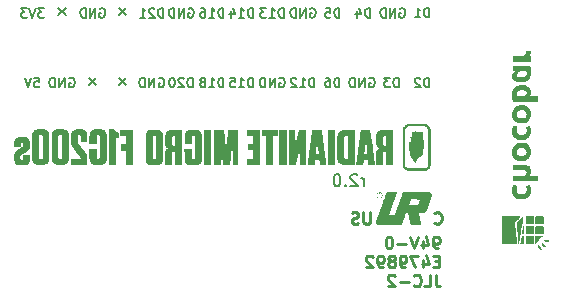
<source format=gbo>
G04 #@! TF.GenerationSoftware,KiCad,Pcbnew,7.0.7*
G04 #@! TF.CreationDate,2023-09-27T05:56:12+07:00*
G04 #@! TF.ProjectId,Radianite-Micro-F1C200s,52616469-616e-4697-9465-2d4d6963726f,rev?*
G04 #@! TF.SameCoordinates,Original*
G04 #@! TF.FileFunction,Legend,Bot*
G04 #@! TF.FilePolarity,Positive*
%FSLAX46Y46*%
G04 Gerber Fmt 4.6, Leading zero omitted, Abs format (unit mm)*
G04 Created by KiCad (PCBNEW 7.0.7) date 2023-09-27 05:56:12*
%MOMM*%
%LPD*%
G01*
G04 APERTURE LIST*
%ADD10C,0.150000*%
%ADD11C,0.250000*%
G04 APERTURE END LIST*
D10*
X121100000Y-100500000D02*
X120500000Y-101100000D01*
X120500000Y-100500000D02*
X121100000Y-101100000D01*
X118600000Y-106400000D02*
X118000000Y-107000000D01*
X121100000Y-106400000D02*
X120500000Y-107000000D01*
X118000000Y-106400000D02*
X118600000Y-107000000D01*
X116000000Y-100500000D02*
X115400000Y-101100000D01*
X115400000Y-100500000D02*
X116000000Y-101100000D01*
X120500000Y-106400000D02*
X121100000Y-107000000D01*
X116309523Y-106432390D02*
X116385713Y-106394295D01*
X116385713Y-106394295D02*
X116499999Y-106394295D01*
X116499999Y-106394295D02*
X116614285Y-106432390D01*
X116614285Y-106432390D02*
X116690475Y-106508580D01*
X116690475Y-106508580D02*
X116728570Y-106584771D01*
X116728570Y-106584771D02*
X116766666Y-106737152D01*
X116766666Y-106737152D02*
X116766666Y-106851438D01*
X116766666Y-106851438D02*
X116728570Y-107003819D01*
X116728570Y-107003819D02*
X116690475Y-107080009D01*
X116690475Y-107080009D02*
X116614285Y-107156200D01*
X116614285Y-107156200D02*
X116499999Y-107194295D01*
X116499999Y-107194295D02*
X116423808Y-107194295D01*
X116423808Y-107194295D02*
X116309523Y-107156200D01*
X116309523Y-107156200D02*
X116271427Y-107118104D01*
X116271427Y-107118104D02*
X116271427Y-106851438D01*
X116271427Y-106851438D02*
X116423808Y-106851438D01*
X115928570Y-107194295D02*
X115928570Y-106394295D01*
X115928570Y-106394295D02*
X115471427Y-107194295D01*
X115471427Y-107194295D02*
X115471427Y-106394295D01*
X115090475Y-107194295D02*
X115090475Y-106394295D01*
X115090475Y-106394295D02*
X114899999Y-106394295D01*
X114899999Y-106394295D02*
X114785713Y-106432390D01*
X114785713Y-106432390D02*
X114709523Y-106508580D01*
X114709523Y-106508580D02*
X114671428Y-106584771D01*
X114671428Y-106584771D02*
X114633332Y-106737152D01*
X114633332Y-106737152D02*
X114633332Y-106851438D01*
X114633332Y-106851438D02*
X114671428Y-107003819D01*
X114671428Y-107003819D02*
X114709523Y-107080009D01*
X114709523Y-107080009D02*
X114785713Y-107156200D01*
X114785713Y-107156200D02*
X114899999Y-107194295D01*
X114899999Y-107194295D02*
X115090475Y-107194295D01*
X131871428Y-107194295D02*
X131871428Y-106394295D01*
X131871428Y-106394295D02*
X131680952Y-106394295D01*
X131680952Y-106394295D02*
X131566666Y-106432390D01*
X131566666Y-106432390D02*
X131490476Y-106508580D01*
X131490476Y-106508580D02*
X131452381Y-106584771D01*
X131452381Y-106584771D02*
X131414285Y-106737152D01*
X131414285Y-106737152D02*
X131414285Y-106851438D01*
X131414285Y-106851438D02*
X131452381Y-107003819D01*
X131452381Y-107003819D02*
X131490476Y-107080009D01*
X131490476Y-107080009D02*
X131566666Y-107156200D01*
X131566666Y-107156200D02*
X131680952Y-107194295D01*
X131680952Y-107194295D02*
X131871428Y-107194295D01*
X130652381Y-107194295D02*
X131109524Y-107194295D01*
X130880952Y-107194295D02*
X130880952Y-106394295D01*
X130880952Y-106394295D02*
X130957143Y-106508580D01*
X130957143Y-106508580D02*
X131033333Y-106584771D01*
X131033333Y-106584771D02*
X131109524Y-106622866D01*
X129928571Y-106394295D02*
X130309523Y-106394295D01*
X130309523Y-106394295D02*
X130347619Y-106775247D01*
X130347619Y-106775247D02*
X130309523Y-106737152D01*
X130309523Y-106737152D02*
X130233333Y-106699057D01*
X130233333Y-106699057D02*
X130042857Y-106699057D01*
X130042857Y-106699057D02*
X129966666Y-106737152D01*
X129966666Y-106737152D02*
X129928571Y-106775247D01*
X129928571Y-106775247D02*
X129890476Y-106851438D01*
X129890476Y-106851438D02*
X129890476Y-107041914D01*
X129890476Y-107041914D02*
X129928571Y-107118104D01*
X129928571Y-107118104D02*
X129966666Y-107156200D01*
X129966666Y-107156200D02*
X130042857Y-107194295D01*
X130042857Y-107194295D02*
X130233333Y-107194295D01*
X130233333Y-107194295D02*
X130309523Y-107156200D01*
X130309523Y-107156200D02*
X130347619Y-107118104D01*
X144190475Y-107194295D02*
X144190475Y-106394295D01*
X144190475Y-106394295D02*
X143999999Y-106394295D01*
X143999999Y-106394295D02*
X143885713Y-106432390D01*
X143885713Y-106432390D02*
X143809523Y-106508580D01*
X143809523Y-106508580D02*
X143771428Y-106584771D01*
X143771428Y-106584771D02*
X143733332Y-106737152D01*
X143733332Y-106737152D02*
X143733332Y-106851438D01*
X143733332Y-106851438D02*
X143771428Y-107003819D01*
X143771428Y-107003819D02*
X143809523Y-107080009D01*
X143809523Y-107080009D02*
X143885713Y-107156200D01*
X143885713Y-107156200D02*
X143999999Y-107194295D01*
X143999999Y-107194295D02*
X144190475Y-107194295D01*
X143466666Y-106394295D02*
X142971428Y-106394295D01*
X142971428Y-106394295D02*
X143238094Y-106699057D01*
X143238094Y-106699057D02*
X143123809Y-106699057D01*
X143123809Y-106699057D02*
X143047618Y-106737152D01*
X143047618Y-106737152D02*
X143009523Y-106775247D01*
X143009523Y-106775247D02*
X142971428Y-106851438D01*
X142971428Y-106851438D02*
X142971428Y-107041914D01*
X142971428Y-107041914D02*
X143009523Y-107118104D01*
X143009523Y-107118104D02*
X143047618Y-107156200D01*
X143047618Y-107156200D02*
X143123809Y-107194295D01*
X143123809Y-107194295D02*
X143352380Y-107194295D01*
X143352380Y-107194295D02*
X143428571Y-107156200D01*
X143428571Y-107156200D02*
X143466666Y-107118104D01*
X137071428Y-107194295D02*
X137071428Y-106394295D01*
X137071428Y-106394295D02*
X136880952Y-106394295D01*
X136880952Y-106394295D02*
X136766666Y-106432390D01*
X136766666Y-106432390D02*
X136690476Y-106508580D01*
X136690476Y-106508580D02*
X136652381Y-106584771D01*
X136652381Y-106584771D02*
X136614285Y-106737152D01*
X136614285Y-106737152D02*
X136614285Y-106851438D01*
X136614285Y-106851438D02*
X136652381Y-107003819D01*
X136652381Y-107003819D02*
X136690476Y-107080009D01*
X136690476Y-107080009D02*
X136766666Y-107156200D01*
X136766666Y-107156200D02*
X136880952Y-107194295D01*
X136880952Y-107194295D02*
X137071428Y-107194295D01*
X135852381Y-107194295D02*
X136309524Y-107194295D01*
X136080952Y-107194295D02*
X136080952Y-106394295D01*
X136080952Y-106394295D02*
X136157143Y-106508580D01*
X136157143Y-106508580D02*
X136233333Y-106584771D01*
X136233333Y-106584771D02*
X136309524Y-106622866D01*
X135547619Y-106470485D02*
X135509523Y-106432390D01*
X135509523Y-106432390D02*
X135433333Y-106394295D01*
X135433333Y-106394295D02*
X135242857Y-106394295D01*
X135242857Y-106394295D02*
X135166666Y-106432390D01*
X135166666Y-106432390D02*
X135128571Y-106470485D01*
X135128571Y-106470485D02*
X135090476Y-106546676D01*
X135090476Y-106546676D02*
X135090476Y-106622866D01*
X135090476Y-106622866D02*
X135128571Y-106737152D01*
X135128571Y-106737152D02*
X135585714Y-107194295D01*
X135585714Y-107194295D02*
X135090476Y-107194295D01*
X139190475Y-101294295D02*
X139190475Y-100494295D01*
X139190475Y-100494295D02*
X138999999Y-100494295D01*
X138999999Y-100494295D02*
X138885713Y-100532390D01*
X138885713Y-100532390D02*
X138809523Y-100608580D01*
X138809523Y-100608580D02*
X138771428Y-100684771D01*
X138771428Y-100684771D02*
X138733332Y-100837152D01*
X138733332Y-100837152D02*
X138733332Y-100951438D01*
X138733332Y-100951438D02*
X138771428Y-101103819D01*
X138771428Y-101103819D02*
X138809523Y-101180009D01*
X138809523Y-101180009D02*
X138885713Y-101256200D01*
X138885713Y-101256200D02*
X138999999Y-101294295D01*
X138999999Y-101294295D02*
X139190475Y-101294295D01*
X138009523Y-100494295D02*
X138390475Y-100494295D01*
X138390475Y-100494295D02*
X138428571Y-100875247D01*
X138428571Y-100875247D02*
X138390475Y-100837152D01*
X138390475Y-100837152D02*
X138314285Y-100799057D01*
X138314285Y-100799057D02*
X138123809Y-100799057D01*
X138123809Y-100799057D02*
X138047618Y-100837152D01*
X138047618Y-100837152D02*
X138009523Y-100875247D01*
X138009523Y-100875247D02*
X137971428Y-100951438D01*
X137971428Y-100951438D02*
X137971428Y-101141914D01*
X137971428Y-101141914D02*
X138009523Y-101218104D01*
X138009523Y-101218104D02*
X138047618Y-101256200D01*
X138047618Y-101256200D02*
X138123809Y-101294295D01*
X138123809Y-101294295D02*
X138314285Y-101294295D01*
X138314285Y-101294295D02*
X138390475Y-101256200D01*
X138390475Y-101256200D02*
X138428571Y-101218104D01*
X126771428Y-107194295D02*
X126771428Y-106394295D01*
X126771428Y-106394295D02*
X126580952Y-106394295D01*
X126580952Y-106394295D02*
X126466666Y-106432390D01*
X126466666Y-106432390D02*
X126390476Y-106508580D01*
X126390476Y-106508580D02*
X126352381Y-106584771D01*
X126352381Y-106584771D02*
X126314285Y-106737152D01*
X126314285Y-106737152D02*
X126314285Y-106851438D01*
X126314285Y-106851438D02*
X126352381Y-107003819D01*
X126352381Y-107003819D02*
X126390476Y-107080009D01*
X126390476Y-107080009D02*
X126466666Y-107156200D01*
X126466666Y-107156200D02*
X126580952Y-107194295D01*
X126580952Y-107194295D02*
X126771428Y-107194295D01*
X126009524Y-106470485D02*
X125971428Y-106432390D01*
X125971428Y-106432390D02*
X125895238Y-106394295D01*
X125895238Y-106394295D02*
X125704762Y-106394295D01*
X125704762Y-106394295D02*
X125628571Y-106432390D01*
X125628571Y-106432390D02*
X125590476Y-106470485D01*
X125590476Y-106470485D02*
X125552381Y-106546676D01*
X125552381Y-106546676D02*
X125552381Y-106622866D01*
X125552381Y-106622866D02*
X125590476Y-106737152D01*
X125590476Y-106737152D02*
X126047619Y-107194295D01*
X126047619Y-107194295D02*
X125552381Y-107194295D01*
X125057142Y-106394295D02*
X124980952Y-106394295D01*
X124980952Y-106394295D02*
X124904761Y-106432390D01*
X124904761Y-106432390D02*
X124866666Y-106470485D01*
X124866666Y-106470485D02*
X124828571Y-106546676D01*
X124828571Y-106546676D02*
X124790476Y-106699057D01*
X124790476Y-106699057D02*
X124790476Y-106889533D01*
X124790476Y-106889533D02*
X124828571Y-107041914D01*
X124828571Y-107041914D02*
X124866666Y-107118104D01*
X124866666Y-107118104D02*
X124904761Y-107156200D01*
X124904761Y-107156200D02*
X124980952Y-107194295D01*
X124980952Y-107194295D02*
X125057142Y-107194295D01*
X125057142Y-107194295D02*
X125133333Y-107156200D01*
X125133333Y-107156200D02*
X125171428Y-107118104D01*
X125171428Y-107118104D02*
X125209523Y-107041914D01*
X125209523Y-107041914D02*
X125247619Y-106889533D01*
X125247619Y-106889533D02*
X125247619Y-106699057D01*
X125247619Y-106699057D02*
X125209523Y-106546676D01*
X125209523Y-106546676D02*
X125171428Y-106470485D01*
X125171428Y-106470485D02*
X125133333Y-106432390D01*
X125133333Y-106432390D02*
X125057142Y-106394295D01*
D11*
X147226003Y-118669380D02*
X147273622Y-118717000D01*
X147273622Y-118717000D02*
X147416479Y-118764619D01*
X147416479Y-118764619D02*
X147511717Y-118764619D01*
X147511717Y-118764619D02*
X147654574Y-118717000D01*
X147654574Y-118717000D02*
X147749812Y-118621761D01*
X147749812Y-118621761D02*
X147797431Y-118526523D01*
X147797431Y-118526523D02*
X147845050Y-118336047D01*
X147845050Y-118336047D02*
X147845050Y-118193190D01*
X147845050Y-118193190D02*
X147797431Y-118002714D01*
X147797431Y-118002714D02*
X147749812Y-117907476D01*
X147749812Y-117907476D02*
X147654574Y-117812238D01*
X147654574Y-117812238D02*
X147511717Y-117764619D01*
X147511717Y-117764619D02*
X147416479Y-117764619D01*
X147416479Y-117764619D02*
X147273622Y-117812238D01*
X147273622Y-117812238D02*
X147226003Y-117859857D01*
D10*
X113352380Y-106394295D02*
X113733332Y-106394295D01*
X113733332Y-106394295D02*
X113771428Y-106775247D01*
X113771428Y-106775247D02*
X113733332Y-106737152D01*
X113733332Y-106737152D02*
X113657142Y-106699057D01*
X113657142Y-106699057D02*
X113466666Y-106699057D01*
X113466666Y-106699057D02*
X113390475Y-106737152D01*
X113390475Y-106737152D02*
X113352380Y-106775247D01*
X113352380Y-106775247D02*
X113314285Y-106851438D01*
X113314285Y-106851438D02*
X113314285Y-107041914D01*
X113314285Y-107041914D02*
X113352380Y-107118104D01*
X113352380Y-107118104D02*
X113390475Y-107156200D01*
X113390475Y-107156200D02*
X113466666Y-107194295D01*
X113466666Y-107194295D02*
X113657142Y-107194295D01*
X113657142Y-107194295D02*
X113733332Y-107156200D01*
X113733332Y-107156200D02*
X113771428Y-107118104D01*
X113085713Y-106394295D02*
X112819046Y-107194295D01*
X112819046Y-107194295D02*
X112552380Y-106394295D01*
X141263220Y-115569819D02*
X141263220Y-114903152D01*
X141263220Y-115093628D02*
X141215601Y-114998390D01*
X141215601Y-114998390D02*
X141167982Y-114950771D01*
X141167982Y-114950771D02*
X141072744Y-114903152D01*
X141072744Y-114903152D02*
X140977506Y-114903152D01*
X140691791Y-114665057D02*
X140644172Y-114617438D01*
X140644172Y-114617438D02*
X140548934Y-114569819D01*
X140548934Y-114569819D02*
X140310839Y-114569819D01*
X140310839Y-114569819D02*
X140215601Y-114617438D01*
X140215601Y-114617438D02*
X140167982Y-114665057D01*
X140167982Y-114665057D02*
X140120363Y-114760295D01*
X140120363Y-114760295D02*
X140120363Y-114855533D01*
X140120363Y-114855533D02*
X140167982Y-114998390D01*
X140167982Y-114998390D02*
X140739410Y-115569819D01*
X140739410Y-115569819D02*
X140120363Y-115569819D01*
X139691791Y-115474580D02*
X139644172Y-115522200D01*
X139644172Y-115522200D02*
X139691791Y-115569819D01*
X139691791Y-115569819D02*
X139739410Y-115522200D01*
X139739410Y-115522200D02*
X139691791Y-115474580D01*
X139691791Y-115474580D02*
X139691791Y-115569819D01*
X139025125Y-114569819D02*
X138929887Y-114569819D01*
X138929887Y-114569819D02*
X138834649Y-114617438D01*
X138834649Y-114617438D02*
X138787030Y-114665057D01*
X138787030Y-114665057D02*
X138739411Y-114760295D01*
X138739411Y-114760295D02*
X138691792Y-114950771D01*
X138691792Y-114950771D02*
X138691792Y-115188866D01*
X138691792Y-115188866D02*
X138739411Y-115379342D01*
X138739411Y-115379342D02*
X138787030Y-115474580D01*
X138787030Y-115474580D02*
X138834649Y-115522200D01*
X138834649Y-115522200D02*
X138929887Y-115569819D01*
X138929887Y-115569819D02*
X139025125Y-115569819D01*
X139025125Y-115569819D02*
X139120363Y-115522200D01*
X139120363Y-115522200D02*
X139167982Y-115474580D01*
X139167982Y-115474580D02*
X139215601Y-115379342D01*
X139215601Y-115379342D02*
X139263220Y-115188866D01*
X139263220Y-115188866D02*
X139263220Y-114950771D01*
X139263220Y-114950771D02*
X139215601Y-114760295D01*
X139215601Y-114760295D02*
X139167982Y-114665057D01*
X139167982Y-114665057D02*
X139120363Y-114617438D01*
X139120363Y-114617438D02*
X139025125Y-114569819D01*
X124271428Y-101294295D02*
X124271428Y-100494295D01*
X124271428Y-100494295D02*
X124080952Y-100494295D01*
X124080952Y-100494295D02*
X123966666Y-100532390D01*
X123966666Y-100532390D02*
X123890476Y-100608580D01*
X123890476Y-100608580D02*
X123852381Y-100684771D01*
X123852381Y-100684771D02*
X123814285Y-100837152D01*
X123814285Y-100837152D02*
X123814285Y-100951438D01*
X123814285Y-100951438D02*
X123852381Y-101103819D01*
X123852381Y-101103819D02*
X123890476Y-101180009D01*
X123890476Y-101180009D02*
X123966666Y-101256200D01*
X123966666Y-101256200D02*
X124080952Y-101294295D01*
X124080952Y-101294295D02*
X124271428Y-101294295D01*
X123509524Y-100570485D02*
X123471428Y-100532390D01*
X123471428Y-100532390D02*
X123395238Y-100494295D01*
X123395238Y-100494295D02*
X123204762Y-100494295D01*
X123204762Y-100494295D02*
X123128571Y-100532390D01*
X123128571Y-100532390D02*
X123090476Y-100570485D01*
X123090476Y-100570485D02*
X123052381Y-100646676D01*
X123052381Y-100646676D02*
X123052381Y-100722866D01*
X123052381Y-100722866D02*
X123090476Y-100837152D01*
X123090476Y-100837152D02*
X123547619Y-101294295D01*
X123547619Y-101294295D02*
X123052381Y-101294295D01*
X122290476Y-101294295D02*
X122747619Y-101294295D01*
X122519047Y-101294295D02*
X122519047Y-100494295D01*
X122519047Y-100494295D02*
X122595238Y-100608580D01*
X122595238Y-100608580D02*
X122671428Y-100684771D01*
X122671428Y-100684771D02*
X122747619Y-100722866D01*
D11*
X141797431Y-117764619D02*
X141797431Y-118574142D01*
X141797431Y-118574142D02*
X141749812Y-118669380D01*
X141749812Y-118669380D02*
X141702193Y-118717000D01*
X141702193Y-118717000D02*
X141606955Y-118764619D01*
X141606955Y-118764619D02*
X141416479Y-118764619D01*
X141416479Y-118764619D02*
X141321241Y-118717000D01*
X141321241Y-118717000D02*
X141273622Y-118669380D01*
X141273622Y-118669380D02*
X141226003Y-118574142D01*
X141226003Y-118574142D02*
X141226003Y-117764619D01*
X140797431Y-118717000D02*
X140654574Y-118764619D01*
X140654574Y-118764619D02*
X140416479Y-118764619D01*
X140416479Y-118764619D02*
X140321241Y-118717000D01*
X140321241Y-118717000D02*
X140273622Y-118669380D01*
X140273622Y-118669380D02*
X140226003Y-118574142D01*
X140226003Y-118574142D02*
X140226003Y-118478904D01*
X140226003Y-118478904D02*
X140273622Y-118383666D01*
X140273622Y-118383666D02*
X140321241Y-118336047D01*
X140321241Y-118336047D02*
X140416479Y-118288428D01*
X140416479Y-118288428D02*
X140606955Y-118240809D01*
X140606955Y-118240809D02*
X140702193Y-118193190D01*
X140702193Y-118193190D02*
X140749812Y-118145571D01*
X140749812Y-118145571D02*
X140797431Y-118050333D01*
X140797431Y-118050333D02*
X140797431Y-117955095D01*
X140797431Y-117955095D02*
X140749812Y-117859857D01*
X140749812Y-117859857D02*
X140702193Y-117812238D01*
X140702193Y-117812238D02*
X140606955Y-117764619D01*
X140606955Y-117764619D02*
X140368860Y-117764619D01*
X140368860Y-117764619D02*
X140226003Y-117812238D01*
D10*
X114190476Y-100494295D02*
X113695238Y-100494295D01*
X113695238Y-100494295D02*
X113961904Y-100799057D01*
X113961904Y-100799057D02*
X113847619Y-100799057D01*
X113847619Y-100799057D02*
X113771428Y-100837152D01*
X113771428Y-100837152D02*
X113733333Y-100875247D01*
X113733333Y-100875247D02*
X113695238Y-100951438D01*
X113695238Y-100951438D02*
X113695238Y-101141914D01*
X113695238Y-101141914D02*
X113733333Y-101218104D01*
X113733333Y-101218104D02*
X113771428Y-101256200D01*
X113771428Y-101256200D02*
X113847619Y-101294295D01*
X113847619Y-101294295D02*
X114076190Y-101294295D01*
X114076190Y-101294295D02*
X114152381Y-101256200D01*
X114152381Y-101256200D02*
X114190476Y-101218104D01*
X113466666Y-100494295D02*
X113199999Y-101294295D01*
X113199999Y-101294295D02*
X112933333Y-100494295D01*
X112742857Y-100494295D02*
X112247619Y-100494295D01*
X112247619Y-100494295D02*
X112514285Y-100799057D01*
X112514285Y-100799057D02*
X112400000Y-100799057D01*
X112400000Y-100799057D02*
X112323809Y-100837152D01*
X112323809Y-100837152D02*
X112285714Y-100875247D01*
X112285714Y-100875247D02*
X112247619Y-100951438D01*
X112247619Y-100951438D02*
X112247619Y-101141914D01*
X112247619Y-101141914D02*
X112285714Y-101218104D01*
X112285714Y-101218104D02*
X112323809Y-101256200D01*
X112323809Y-101256200D02*
X112400000Y-101294295D01*
X112400000Y-101294295D02*
X112628571Y-101294295D01*
X112628571Y-101294295D02*
X112704762Y-101256200D01*
X112704762Y-101256200D02*
X112742857Y-101218104D01*
X141709523Y-106432390D02*
X141785713Y-106394295D01*
X141785713Y-106394295D02*
X141899999Y-106394295D01*
X141899999Y-106394295D02*
X142014285Y-106432390D01*
X142014285Y-106432390D02*
X142090475Y-106508580D01*
X142090475Y-106508580D02*
X142128570Y-106584771D01*
X142128570Y-106584771D02*
X142166666Y-106737152D01*
X142166666Y-106737152D02*
X142166666Y-106851438D01*
X142166666Y-106851438D02*
X142128570Y-107003819D01*
X142128570Y-107003819D02*
X142090475Y-107080009D01*
X142090475Y-107080009D02*
X142014285Y-107156200D01*
X142014285Y-107156200D02*
X141899999Y-107194295D01*
X141899999Y-107194295D02*
X141823808Y-107194295D01*
X141823808Y-107194295D02*
X141709523Y-107156200D01*
X141709523Y-107156200D02*
X141671427Y-107118104D01*
X141671427Y-107118104D02*
X141671427Y-106851438D01*
X141671427Y-106851438D02*
X141823808Y-106851438D01*
X141328570Y-107194295D02*
X141328570Y-106394295D01*
X141328570Y-106394295D02*
X140871427Y-107194295D01*
X140871427Y-107194295D02*
X140871427Y-106394295D01*
X140490475Y-107194295D02*
X140490475Y-106394295D01*
X140490475Y-106394295D02*
X140299999Y-106394295D01*
X140299999Y-106394295D02*
X140185713Y-106432390D01*
X140185713Y-106432390D02*
X140109523Y-106508580D01*
X140109523Y-106508580D02*
X140071428Y-106584771D01*
X140071428Y-106584771D02*
X140033332Y-106737152D01*
X140033332Y-106737152D02*
X140033332Y-106851438D01*
X140033332Y-106851438D02*
X140071428Y-107003819D01*
X140071428Y-107003819D02*
X140109523Y-107080009D01*
X140109523Y-107080009D02*
X140185713Y-107156200D01*
X140185713Y-107156200D02*
X140299999Y-107194295D01*
X140299999Y-107194295D02*
X140490475Y-107194295D01*
X146790475Y-107194295D02*
X146790475Y-106394295D01*
X146790475Y-106394295D02*
X146599999Y-106394295D01*
X146599999Y-106394295D02*
X146485713Y-106432390D01*
X146485713Y-106432390D02*
X146409523Y-106508580D01*
X146409523Y-106508580D02*
X146371428Y-106584771D01*
X146371428Y-106584771D02*
X146333332Y-106737152D01*
X146333332Y-106737152D02*
X146333332Y-106851438D01*
X146333332Y-106851438D02*
X146371428Y-107003819D01*
X146371428Y-107003819D02*
X146409523Y-107080009D01*
X146409523Y-107080009D02*
X146485713Y-107156200D01*
X146485713Y-107156200D02*
X146599999Y-107194295D01*
X146599999Y-107194295D02*
X146790475Y-107194295D01*
X146028571Y-106470485D02*
X145990475Y-106432390D01*
X145990475Y-106432390D02*
X145914285Y-106394295D01*
X145914285Y-106394295D02*
X145723809Y-106394295D01*
X145723809Y-106394295D02*
X145647618Y-106432390D01*
X145647618Y-106432390D02*
X145609523Y-106470485D01*
X145609523Y-106470485D02*
X145571428Y-106546676D01*
X145571428Y-106546676D02*
X145571428Y-106622866D01*
X145571428Y-106622866D02*
X145609523Y-106737152D01*
X145609523Y-106737152D02*
X146066666Y-107194295D01*
X146066666Y-107194295D02*
X145571428Y-107194295D01*
X141790475Y-101294295D02*
X141790475Y-100494295D01*
X141790475Y-100494295D02*
X141599999Y-100494295D01*
X141599999Y-100494295D02*
X141485713Y-100532390D01*
X141485713Y-100532390D02*
X141409523Y-100608580D01*
X141409523Y-100608580D02*
X141371428Y-100684771D01*
X141371428Y-100684771D02*
X141333332Y-100837152D01*
X141333332Y-100837152D02*
X141333332Y-100951438D01*
X141333332Y-100951438D02*
X141371428Y-101103819D01*
X141371428Y-101103819D02*
X141409523Y-101180009D01*
X141409523Y-101180009D02*
X141485713Y-101256200D01*
X141485713Y-101256200D02*
X141599999Y-101294295D01*
X141599999Y-101294295D02*
X141790475Y-101294295D01*
X140647618Y-100760961D02*
X140647618Y-101294295D01*
X140838094Y-100456200D02*
X141028571Y-101027628D01*
X141028571Y-101027628D02*
X140533332Y-101027628D01*
X126409523Y-100532390D02*
X126485713Y-100494295D01*
X126485713Y-100494295D02*
X126599999Y-100494295D01*
X126599999Y-100494295D02*
X126714285Y-100532390D01*
X126714285Y-100532390D02*
X126790475Y-100608580D01*
X126790475Y-100608580D02*
X126828570Y-100684771D01*
X126828570Y-100684771D02*
X126866666Y-100837152D01*
X126866666Y-100837152D02*
X126866666Y-100951438D01*
X126866666Y-100951438D02*
X126828570Y-101103819D01*
X126828570Y-101103819D02*
X126790475Y-101180009D01*
X126790475Y-101180009D02*
X126714285Y-101256200D01*
X126714285Y-101256200D02*
X126599999Y-101294295D01*
X126599999Y-101294295D02*
X126523808Y-101294295D01*
X126523808Y-101294295D02*
X126409523Y-101256200D01*
X126409523Y-101256200D02*
X126371427Y-101218104D01*
X126371427Y-101218104D02*
X126371427Y-100951438D01*
X126371427Y-100951438D02*
X126523808Y-100951438D01*
X126028570Y-101294295D02*
X126028570Y-100494295D01*
X126028570Y-100494295D02*
X125571427Y-101294295D01*
X125571427Y-101294295D02*
X125571427Y-100494295D01*
X125190475Y-101294295D02*
X125190475Y-100494295D01*
X125190475Y-100494295D02*
X124999999Y-100494295D01*
X124999999Y-100494295D02*
X124885713Y-100532390D01*
X124885713Y-100532390D02*
X124809523Y-100608580D01*
X124809523Y-100608580D02*
X124771428Y-100684771D01*
X124771428Y-100684771D02*
X124733332Y-100837152D01*
X124733332Y-100837152D02*
X124733332Y-100951438D01*
X124733332Y-100951438D02*
X124771428Y-101103819D01*
X124771428Y-101103819D02*
X124809523Y-101180009D01*
X124809523Y-101180009D02*
X124885713Y-101256200D01*
X124885713Y-101256200D02*
X124999999Y-101294295D01*
X124999999Y-101294295D02*
X125190475Y-101294295D01*
X144309523Y-100532390D02*
X144385713Y-100494295D01*
X144385713Y-100494295D02*
X144499999Y-100494295D01*
X144499999Y-100494295D02*
X144614285Y-100532390D01*
X144614285Y-100532390D02*
X144690475Y-100608580D01*
X144690475Y-100608580D02*
X144728570Y-100684771D01*
X144728570Y-100684771D02*
X144766666Y-100837152D01*
X144766666Y-100837152D02*
X144766666Y-100951438D01*
X144766666Y-100951438D02*
X144728570Y-101103819D01*
X144728570Y-101103819D02*
X144690475Y-101180009D01*
X144690475Y-101180009D02*
X144614285Y-101256200D01*
X144614285Y-101256200D02*
X144499999Y-101294295D01*
X144499999Y-101294295D02*
X144423808Y-101294295D01*
X144423808Y-101294295D02*
X144309523Y-101256200D01*
X144309523Y-101256200D02*
X144271427Y-101218104D01*
X144271427Y-101218104D02*
X144271427Y-100951438D01*
X144271427Y-100951438D02*
X144423808Y-100951438D01*
X143928570Y-101294295D02*
X143928570Y-100494295D01*
X143928570Y-100494295D02*
X143471427Y-101294295D01*
X143471427Y-101294295D02*
X143471427Y-100494295D01*
X143090475Y-101294295D02*
X143090475Y-100494295D01*
X143090475Y-100494295D02*
X142899999Y-100494295D01*
X142899999Y-100494295D02*
X142785713Y-100532390D01*
X142785713Y-100532390D02*
X142709523Y-100608580D01*
X142709523Y-100608580D02*
X142671428Y-100684771D01*
X142671428Y-100684771D02*
X142633332Y-100837152D01*
X142633332Y-100837152D02*
X142633332Y-100951438D01*
X142633332Y-100951438D02*
X142671428Y-101103819D01*
X142671428Y-101103819D02*
X142709523Y-101180009D01*
X142709523Y-101180009D02*
X142785713Y-101256200D01*
X142785713Y-101256200D02*
X142899999Y-101294295D01*
X142899999Y-101294295D02*
X143090475Y-101294295D01*
X139190475Y-107194295D02*
X139190475Y-106394295D01*
X139190475Y-106394295D02*
X138999999Y-106394295D01*
X138999999Y-106394295D02*
X138885713Y-106432390D01*
X138885713Y-106432390D02*
X138809523Y-106508580D01*
X138809523Y-106508580D02*
X138771428Y-106584771D01*
X138771428Y-106584771D02*
X138733332Y-106737152D01*
X138733332Y-106737152D02*
X138733332Y-106851438D01*
X138733332Y-106851438D02*
X138771428Y-107003819D01*
X138771428Y-107003819D02*
X138809523Y-107080009D01*
X138809523Y-107080009D02*
X138885713Y-107156200D01*
X138885713Y-107156200D02*
X138999999Y-107194295D01*
X138999999Y-107194295D02*
X139190475Y-107194295D01*
X138047618Y-106394295D02*
X138199999Y-106394295D01*
X138199999Y-106394295D02*
X138276190Y-106432390D01*
X138276190Y-106432390D02*
X138314285Y-106470485D01*
X138314285Y-106470485D02*
X138390475Y-106584771D01*
X138390475Y-106584771D02*
X138428571Y-106737152D01*
X138428571Y-106737152D02*
X138428571Y-107041914D01*
X138428571Y-107041914D02*
X138390475Y-107118104D01*
X138390475Y-107118104D02*
X138352380Y-107156200D01*
X138352380Y-107156200D02*
X138276190Y-107194295D01*
X138276190Y-107194295D02*
X138123809Y-107194295D01*
X138123809Y-107194295D02*
X138047618Y-107156200D01*
X138047618Y-107156200D02*
X138009523Y-107118104D01*
X138009523Y-107118104D02*
X137971428Y-107041914D01*
X137971428Y-107041914D02*
X137971428Y-106851438D01*
X137971428Y-106851438D02*
X138009523Y-106775247D01*
X138009523Y-106775247D02*
X138047618Y-106737152D01*
X138047618Y-106737152D02*
X138123809Y-106699057D01*
X138123809Y-106699057D02*
X138276190Y-106699057D01*
X138276190Y-106699057D02*
X138352380Y-106737152D01*
X138352380Y-106737152D02*
X138390475Y-106775247D01*
X138390475Y-106775247D02*
X138428571Y-106851438D01*
G36*
X121730429Y-110806768D02*
G01*
X120642864Y-110806768D01*
X120642864Y-111326908D01*
X121115718Y-111326908D01*
X121115718Y-112036189D01*
X120666507Y-112036189D01*
X120666507Y-112556329D01*
X121115718Y-112556329D01*
X121115718Y-113785750D01*
X121730429Y-113785750D01*
X121730429Y-110806768D01*
G37*
G36*
X119690506Y-110759483D02*
G01*
X119690506Y-113785750D01*
X120249804Y-113785750D01*
X120249804Y-111461376D01*
X120533517Y-111461376D01*
X120533517Y-111043934D01*
X120500742Y-111040252D01*
X120469654Y-111035484D01*
X120440250Y-111029631D01*
X120405866Y-111020789D01*
X120374116Y-111010251D01*
X120344999Y-110998018D01*
X120318516Y-110984089D01*
X120293367Y-110967620D01*
X120268255Y-110948229D01*
X120243178Y-110925916D01*
X120218138Y-110900681D01*
X120198132Y-110878389D01*
X120178149Y-110854227D01*
X120158189Y-110828195D01*
X120107209Y-110759483D01*
X119690506Y-110759483D01*
G37*
G36*
X118642100Y-112434421D02*
G01*
X118027390Y-112434421D01*
X118027390Y-113212414D01*
X118027927Y-113246096D01*
X118029540Y-113278710D01*
X118032227Y-113310254D01*
X118035990Y-113340729D01*
X118040828Y-113370134D01*
X118053729Y-113425737D01*
X118070930Y-113477063D01*
X118092431Y-113524112D01*
X118118232Y-113566883D01*
X118148334Y-113605378D01*
X118182736Y-113639595D01*
X118221438Y-113669535D01*
X118264441Y-113695198D01*
X118311744Y-113716584D01*
X118363346Y-113733693D01*
X118419250Y-113746524D01*
X118448814Y-113751336D01*
X118479453Y-113755078D01*
X118511168Y-113757752D01*
X118543957Y-113759356D01*
X118577821Y-113759890D01*
X118942806Y-113759890D01*
X118976670Y-113759355D01*
X119009460Y-113757749D01*
X119041174Y-113755072D01*
X119071813Y-113751324D01*
X119101377Y-113746506D01*
X119157281Y-113733657D01*
X119208884Y-113716526D01*
X119256186Y-113695111D01*
X119299189Y-113669413D01*
X119337891Y-113639433D01*
X119372293Y-113605169D01*
X119402395Y-113566623D01*
X119428196Y-113523794D01*
X119449697Y-113476681D01*
X119466898Y-113425286D01*
X119479799Y-113369608D01*
X119484637Y-113340163D01*
X119488400Y-113309647D01*
X119491087Y-113278060D01*
X119492700Y-113245403D01*
X119493237Y-113211675D01*
X119493237Y-111307698D01*
X119492696Y-111273970D01*
X119491073Y-111241313D01*
X119488367Y-111209726D01*
X119484579Y-111179210D01*
X119479709Y-111149765D01*
X119466722Y-111094087D01*
X119449405Y-111042692D01*
X119427760Y-110995580D01*
X119401785Y-110952750D01*
X119371481Y-110914204D01*
X119336848Y-110879940D01*
X119297886Y-110849960D01*
X119254595Y-110824262D01*
X119206975Y-110802848D01*
X119155026Y-110785716D01*
X119098747Y-110772867D01*
X119068985Y-110768049D01*
X119038140Y-110764301D01*
X119006213Y-110761624D01*
X118973203Y-110760018D01*
X118939112Y-110759483D01*
X118582254Y-110759483D01*
X118548117Y-110760017D01*
X118515064Y-110761619D01*
X118483094Y-110764288D01*
X118452208Y-110768026D01*
X118422406Y-110772831D01*
X118366052Y-110785645D01*
X118314034Y-110802731D01*
X118266350Y-110824088D01*
X118223001Y-110849716D01*
X118183987Y-110879616D01*
X118149308Y-110913787D01*
X118118964Y-110952229D01*
X118092955Y-110994943D01*
X118071280Y-111041928D01*
X118053941Y-111093185D01*
X118040936Y-111148713D01*
X118036059Y-111178079D01*
X118032266Y-111208513D01*
X118029557Y-111240014D01*
X118027931Y-111272583D01*
X118027390Y-111306221D01*
X118027390Y-111995553D01*
X118642100Y-111995553D01*
X118642100Y-111360894D01*
X118644301Y-111330031D01*
X118652751Y-111299901D01*
X118670620Y-111274269D01*
X118697116Y-111258890D01*
X118726692Y-111253868D01*
X118732238Y-111253763D01*
X118788389Y-111253763D01*
X118819022Y-111257530D01*
X118846750Y-111271444D01*
X118865851Y-111295611D01*
X118875358Y-111324486D01*
X118878439Y-111354303D01*
X118878527Y-111360894D01*
X118878527Y-113158479D01*
X118876399Y-113189342D01*
X118868225Y-113219472D01*
X118850942Y-113245104D01*
X118825315Y-113260484D01*
X118791345Y-113265610D01*
X118728544Y-113265610D01*
X118699166Y-113261844D01*
X118672575Y-113247929D01*
X118654256Y-113223762D01*
X118645139Y-113194887D01*
X118642184Y-113165070D01*
X118642100Y-113158479D01*
X118642100Y-112434421D01*
G37*
G36*
X117602560Y-112597703D02*
G01*
X117127489Y-111984471D01*
X117109400Y-111959420D01*
X117093090Y-111934695D01*
X117074111Y-111902232D01*
X117058295Y-111870347D01*
X117045643Y-111839039D01*
X117036153Y-111808308D01*
X117029827Y-111778154D01*
X117026664Y-111748578D01*
X117026269Y-111734006D01*
X117026269Y-111362372D01*
X117028902Y-111331083D01*
X117039015Y-111300537D01*
X117060399Y-111274552D01*
X117086945Y-111260551D01*
X117121076Y-111254188D01*
X117134139Y-111253763D01*
X117171819Y-111253763D01*
X117202682Y-111256451D01*
X117232813Y-111266772D01*
X117258445Y-111288595D01*
X117272254Y-111315687D01*
X117278532Y-111350519D01*
X117278950Y-111363850D01*
X117278950Y-111872168D01*
X117838248Y-111872168D01*
X117838248Y-111313609D01*
X117837719Y-111279517D01*
X117836132Y-111246508D01*
X117833488Y-111214581D01*
X117829786Y-111183736D01*
X117825026Y-111153973D01*
X117812333Y-111097695D01*
X117795409Y-111045745D01*
X117774254Y-110998125D01*
X117748868Y-110954834D01*
X117719252Y-110915872D01*
X117685404Y-110881239D01*
X117647325Y-110850935D01*
X117605015Y-110824961D01*
X117558474Y-110803315D01*
X117507702Y-110785999D01*
X117452700Y-110773011D01*
X117393466Y-110764353D01*
X117362262Y-110761647D01*
X117330001Y-110760024D01*
X117296682Y-110759483D01*
X117008537Y-110759483D01*
X116975218Y-110760036D01*
X116942956Y-110761694D01*
X116911753Y-110764457D01*
X116881607Y-110768326D01*
X116824489Y-110779380D01*
X116771602Y-110794855D01*
X116722945Y-110814751D01*
X116678520Y-110839069D01*
X116638326Y-110867809D01*
X116602362Y-110900970D01*
X116570630Y-110938552D01*
X116543129Y-110980556D01*
X116519858Y-111026981D01*
X116500819Y-111077828D01*
X116486010Y-111133097D01*
X116480193Y-111162389D01*
X116475433Y-111192786D01*
X116471731Y-111224289D01*
X116469086Y-111256898D01*
X116467500Y-111290611D01*
X116466971Y-111325430D01*
X116466971Y-111782769D01*
X116467892Y-111821269D01*
X116470654Y-111859746D01*
X116475257Y-111898200D01*
X116481701Y-111936631D01*
X116489987Y-111975039D01*
X116500115Y-112013424D01*
X116512083Y-112051785D01*
X116525893Y-112090124D01*
X116541544Y-112128440D01*
X116559037Y-112166732D01*
X116578370Y-112205001D01*
X116599546Y-112243248D01*
X116622562Y-112281471D01*
X116647420Y-112319671D01*
X116674119Y-112357848D01*
X116702659Y-112396002D01*
X117177730Y-113013667D01*
X117195819Y-113038856D01*
X117212129Y-113063720D01*
X117231108Y-113096368D01*
X117246923Y-113128438D01*
X117259576Y-113159931D01*
X117269065Y-113190846D01*
X117275392Y-113221185D01*
X117278555Y-113250946D01*
X117278950Y-113265610D01*
X116466971Y-113265610D01*
X116466971Y-113785750D01*
X117838248Y-113785750D01*
X117838248Y-113206503D01*
X117837806Y-113175223D01*
X117836482Y-113144554D01*
X117834274Y-113114494D01*
X117831183Y-113085046D01*
X117825688Y-113046730D01*
X117818623Y-113009500D01*
X117809988Y-112973355D01*
X117799782Y-112938295D01*
X117788007Y-112904320D01*
X117773958Y-112870276D01*
X117757299Y-112835008D01*
X117743093Y-112807754D01*
X117727420Y-112779812D01*
X117710279Y-112751181D01*
X117691670Y-112721862D01*
X117671594Y-112691855D01*
X117650050Y-112661160D01*
X117627039Y-112629776D01*
X117602560Y-112597703D01*
G37*
G36*
X115776039Y-110760018D02*
G01*
X115808828Y-110761624D01*
X115840542Y-110764301D01*
X115871182Y-110768049D01*
X115900746Y-110772867D01*
X115956649Y-110785716D01*
X116008252Y-110802848D01*
X116055555Y-110824262D01*
X116098557Y-110849960D01*
X116137259Y-110879940D01*
X116171661Y-110914204D01*
X116201763Y-110952750D01*
X116227565Y-110995580D01*
X116249066Y-111042692D01*
X116266267Y-111094087D01*
X116279168Y-111149765D01*
X116284005Y-111179210D01*
X116287768Y-111209726D01*
X116290456Y-111241313D01*
X116292068Y-111273970D01*
X116292606Y-111307698D01*
X116292606Y-113211675D01*
X116292068Y-113245403D01*
X116290456Y-113278060D01*
X116287768Y-113309647D01*
X116284005Y-113340163D01*
X116279168Y-113369608D01*
X116266267Y-113425286D01*
X116249066Y-113476681D01*
X116227565Y-113523794D01*
X116201763Y-113566623D01*
X116171661Y-113605169D01*
X116137259Y-113639433D01*
X116098557Y-113669413D01*
X116055555Y-113695111D01*
X116008252Y-113716526D01*
X115956649Y-113733657D01*
X115900746Y-113746506D01*
X115871182Y-113751324D01*
X115840542Y-113755072D01*
X115808828Y-113757749D01*
X115776039Y-113759355D01*
X115742174Y-113759890D01*
X115377190Y-113759890D01*
X115343325Y-113759355D01*
X115310536Y-113757749D01*
X115278822Y-113755072D01*
X115248182Y-113751324D01*
X115218618Y-113746506D01*
X115162715Y-113733657D01*
X115111112Y-113716526D01*
X115063809Y-113695111D01*
X115020807Y-113669413D01*
X114982105Y-113639433D01*
X114947703Y-113605169D01*
X114917601Y-113566623D01*
X114891799Y-113523794D01*
X114870298Y-113476681D01*
X114853097Y-113425286D01*
X114840196Y-113369608D01*
X114835359Y-113340163D01*
X114831596Y-113309647D01*
X114828908Y-113278060D01*
X114827296Y-113245403D01*
X114826758Y-113211675D01*
X114826758Y-113158479D01*
X115394183Y-113158479D01*
X115396088Y-113183588D01*
X115406088Y-113214974D01*
X115424660Y-113238827D01*
X115451803Y-113255148D01*
X115480971Y-113262994D01*
X115516091Y-113265610D01*
X115603273Y-113265610D01*
X115631845Y-113263936D01*
X115662203Y-113257136D01*
X115690775Y-113242070D01*
X115710776Y-113219472D01*
X115722205Y-113189342D01*
X115725181Y-113158479D01*
X115725181Y-111360894D01*
X115723276Y-111335785D01*
X115713276Y-111304399D01*
X115694704Y-111280546D01*
X115667560Y-111264225D01*
X115638393Y-111256379D01*
X115603273Y-111253763D01*
X115516091Y-111253763D01*
X115487519Y-111255437D01*
X115457161Y-111262238D01*
X115428589Y-111277303D01*
X115408588Y-111299901D01*
X115397159Y-111330031D01*
X115394183Y-111360894D01*
X115394183Y-113158479D01*
X114826758Y-113158479D01*
X114826758Y-111307698D01*
X114827296Y-111273970D01*
X114828908Y-111241313D01*
X114831596Y-111209726D01*
X114835359Y-111179210D01*
X114840196Y-111149765D01*
X114853097Y-111094087D01*
X114870298Y-111042692D01*
X114891799Y-110995580D01*
X114917601Y-110952750D01*
X114947703Y-110914204D01*
X114982105Y-110879940D01*
X115020807Y-110849960D01*
X115063809Y-110824262D01*
X115111112Y-110802848D01*
X115162715Y-110785716D01*
X115218618Y-110772867D01*
X115248182Y-110768049D01*
X115278822Y-110764301D01*
X115310536Y-110761624D01*
X115343325Y-110760018D01*
X115377190Y-110759483D01*
X115742174Y-110759483D01*
X115776039Y-110760018D01*
G37*
G36*
X114118094Y-110760018D02*
G01*
X114150883Y-110761624D01*
X114182597Y-110764301D01*
X114213237Y-110768049D01*
X114242801Y-110772867D01*
X114298704Y-110785716D01*
X114350307Y-110802848D01*
X114397610Y-110824262D01*
X114440612Y-110849960D01*
X114479315Y-110879940D01*
X114513717Y-110914204D01*
X114543818Y-110952750D01*
X114569620Y-110995580D01*
X114591121Y-111042692D01*
X114608322Y-111094087D01*
X114621223Y-111149765D01*
X114626061Y-111179210D01*
X114629823Y-111209726D01*
X114632511Y-111241313D01*
X114634124Y-111273970D01*
X114634661Y-111307698D01*
X114634661Y-113211675D01*
X114634124Y-113245403D01*
X114632511Y-113278060D01*
X114629823Y-113309647D01*
X114626061Y-113340163D01*
X114621223Y-113369608D01*
X114608322Y-113425286D01*
X114591121Y-113476681D01*
X114569620Y-113523794D01*
X114543818Y-113566623D01*
X114513717Y-113605169D01*
X114479315Y-113639433D01*
X114440612Y-113669413D01*
X114397610Y-113695111D01*
X114350307Y-113716526D01*
X114298704Y-113733657D01*
X114242801Y-113746506D01*
X114213237Y-113751324D01*
X114182597Y-113755072D01*
X114150883Y-113757749D01*
X114118094Y-113759355D01*
X114084229Y-113759890D01*
X113719245Y-113759890D01*
X113685381Y-113759355D01*
X113652591Y-113757749D01*
X113620877Y-113755072D01*
X113590238Y-113751324D01*
X113560673Y-113746506D01*
X113504770Y-113733657D01*
X113453167Y-113716526D01*
X113405864Y-113695111D01*
X113362862Y-113669413D01*
X113324160Y-113639433D01*
X113289758Y-113605169D01*
X113259656Y-113566623D01*
X113233854Y-113523794D01*
X113212353Y-113476681D01*
X113195152Y-113425286D01*
X113182251Y-113369608D01*
X113177414Y-113340163D01*
X113173651Y-113309647D01*
X113170963Y-113278060D01*
X113169351Y-113245403D01*
X113168813Y-113211675D01*
X113168813Y-113158479D01*
X113736238Y-113158479D01*
X113738143Y-113183588D01*
X113748143Y-113214974D01*
X113766715Y-113238827D01*
X113793859Y-113255148D01*
X113823026Y-113262994D01*
X113858146Y-113265610D01*
X113945328Y-113265610D01*
X113973900Y-113263936D01*
X114004258Y-113257136D01*
X114032830Y-113242070D01*
X114052831Y-113219472D01*
X114064260Y-113189342D01*
X114067236Y-113158479D01*
X114067236Y-111360894D01*
X114065331Y-111335785D01*
X114055331Y-111304399D01*
X114036759Y-111280546D01*
X114009616Y-111264225D01*
X113980448Y-111256379D01*
X113945328Y-111253763D01*
X113858146Y-111253763D01*
X113829574Y-111255437D01*
X113799216Y-111262238D01*
X113770644Y-111277303D01*
X113750643Y-111299901D01*
X113739214Y-111330031D01*
X113736238Y-111360894D01*
X113736238Y-113158479D01*
X113168813Y-113158479D01*
X113168813Y-111307698D01*
X113169351Y-111273970D01*
X113170963Y-111241313D01*
X113173651Y-111209726D01*
X113177414Y-111179210D01*
X113182251Y-111149765D01*
X113195152Y-111094087D01*
X113212353Y-111042692D01*
X113233854Y-110995580D01*
X113259656Y-110952750D01*
X113289758Y-110914204D01*
X113324160Y-110879940D01*
X113362862Y-110849960D01*
X113405864Y-110824262D01*
X113453167Y-110802848D01*
X113504770Y-110785716D01*
X113560673Y-110772867D01*
X113590238Y-110768049D01*
X113620877Y-110764301D01*
X113652591Y-110761624D01*
X113685381Y-110760018D01*
X113719245Y-110759483D01*
X114084229Y-110759483D01*
X114118094Y-110760018D01*
G37*
G36*
X112220150Y-112276310D02*
G01*
X112220150Y-111982254D01*
X112223033Y-111951621D01*
X112233684Y-111923893D01*
X112255469Y-111902767D01*
X112287504Y-111892909D01*
X112302160Y-111892116D01*
X112335408Y-111892116D01*
X112367363Y-111896500D01*
X112394273Y-111912247D01*
X112410931Y-111939445D01*
X112417098Y-111972638D01*
X112417418Y-111983732D01*
X112417418Y-112145537D01*
X112414613Y-112175901D01*
X112404249Y-112208240D01*
X112386249Y-112237256D01*
X112364742Y-112259482D01*
X112337624Y-112279266D01*
X111911317Y-112541552D01*
X111879235Y-112563555D01*
X111849485Y-112585605D01*
X111822068Y-112607701D01*
X111796982Y-112629843D01*
X111774228Y-112652031D01*
X111753806Y-112674265D01*
X111731558Y-112702123D01*
X111719959Y-112718872D01*
X111702931Y-112748415D01*
X111688789Y-112781168D01*
X111679553Y-112809683D01*
X111672165Y-112840252D01*
X111666624Y-112872876D01*
X111662930Y-112907555D01*
X111661083Y-112944289D01*
X111660852Y-112963427D01*
X111660852Y-113300335D01*
X111661363Y-113331654D01*
X111662895Y-113361979D01*
X111669025Y-113419645D01*
X111679242Y-113473335D01*
X111693545Y-113523048D01*
X111711935Y-113568783D01*
X111734412Y-113610542D01*
X111760975Y-113648323D01*
X111791625Y-113682128D01*
X111826362Y-113711956D01*
X111865186Y-113737806D01*
X111908096Y-113759680D01*
X111955093Y-113777576D01*
X112006176Y-113791496D01*
X112061346Y-113801438D01*
X112120603Y-113807404D01*
X112151764Y-113808895D01*
X112183947Y-113809392D01*
X112454360Y-113809392D01*
X112486497Y-113808884D01*
X112517614Y-113807360D01*
X112547711Y-113804821D01*
X112604844Y-113796693D01*
X112657895Y-113784503D01*
X112706866Y-113768248D01*
X112751756Y-113747930D01*
X112792565Y-113723549D01*
X112829293Y-113695104D01*
X112861941Y-113662595D01*
X112890507Y-113626023D01*
X112914992Y-113585387D01*
X112935397Y-113540687D01*
X112951721Y-113491924D01*
X112963963Y-113439098D01*
X112972125Y-113382207D01*
X112974676Y-113352238D01*
X112976206Y-113321253D01*
X112976716Y-113289253D01*
X112976716Y-112913925D01*
X112417418Y-112913925D01*
X112417418Y-113224974D01*
X112414094Y-113255607D01*
X112401810Y-113283335D01*
X112376690Y-113304461D01*
X112345013Y-113313703D01*
X112322848Y-113315112D01*
X112275562Y-113315112D01*
X112243423Y-113311891D01*
X112214331Y-113299992D01*
X112192166Y-113275656D01*
X112182469Y-113244969D01*
X112180991Y-113223496D01*
X112180991Y-113048393D01*
X112183926Y-113018253D01*
X112194770Y-112986045D01*
X112210424Y-112960971D01*
X112231949Y-112938235D01*
X112259343Y-112917836D01*
X112264480Y-112914663D01*
X112712952Y-112652377D01*
X112738710Y-112636011D01*
X112770873Y-112614129D01*
X112800542Y-112592177D01*
X112827717Y-112570157D01*
X112852399Y-112548067D01*
X112874587Y-112525907D01*
X112894281Y-112503679D01*
X112915393Y-112475796D01*
X112933059Y-112446058D01*
X112947731Y-112413182D01*
X112957313Y-112384622D01*
X112964979Y-112354053D01*
X112970728Y-112321475D01*
X112974560Y-112286888D01*
X112976477Y-112250292D01*
X112976716Y-112231241D01*
X112976716Y-111906154D01*
X112976202Y-111874881D01*
X112974661Y-111844600D01*
X112968497Y-111787017D01*
X112958222Y-111733405D01*
X112943838Y-111683765D01*
X112925344Y-111638096D01*
X112902740Y-111596398D01*
X112876027Y-111558671D01*
X112845204Y-111524916D01*
X112810271Y-111495131D01*
X112771228Y-111469318D01*
X112728075Y-111447476D01*
X112680813Y-111429606D01*
X112629441Y-111415707D01*
X112573959Y-111405779D01*
X112514367Y-111399822D01*
X112483030Y-111398332D01*
X112450666Y-111397836D01*
X112186902Y-111397836D01*
X112154538Y-111398344D01*
X112123201Y-111399868D01*
X112092891Y-111402408D01*
X112035354Y-111410535D01*
X111981927Y-111422726D01*
X111932610Y-111438980D01*
X111887403Y-111459298D01*
X111846305Y-111483679D01*
X111809317Y-111512125D01*
X111776439Y-111544633D01*
X111747671Y-111581206D01*
X111723012Y-111621841D01*
X111702463Y-111666541D01*
X111686024Y-111715304D01*
X111673695Y-111768131D01*
X111665475Y-111825021D01*
X111662907Y-111854990D01*
X111661365Y-111885975D01*
X111660852Y-111917976D01*
X111660852Y-112276310D01*
X112220150Y-112276310D01*
G37*
X134109523Y-106432390D02*
X134185713Y-106394295D01*
X134185713Y-106394295D02*
X134299999Y-106394295D01*
X134299999Y-106394295D02*
X134414285Y-106432390D01*
X134414285Y-106432390D02*
X134490475Y-106508580D01*
X134490475Y-106508580D02*
X134528570Y-106584771D01*
X134528570Y-106584771D02*
X134566666Y-106737152D01*
X134566666Y-106737152D02*
X134566666Y-106851438D01*
X134566666Y-106851438D02*
X134528570Y-107003819D01*
X134528570Y-107003819D02*
X134490475Y-107080009D01*
X134490475Y-107080009D02*
X134414285Y-107156200D01*
X134414285Y-107156200D02*
X134299999Y-107194295D01*
X134299999Y-107194295D02*
X134223808Y-107194295D01*
X134223808Y-107194295D02*
X134109523Y-107156200D01*
X134109523Y-107156200D02*
X134071427Y-107118104D01*
X134071427Y-107118104D02*
X134071427Y-106851438D01*
X134071427Y-106851438D02*
X134223808Y-106851438D01*
X133728570Y-107194295D02*
X133728570Y-106394295D01*
X133728570Y-106394295D02*
X133271427Y-107194295D01*
X133271427Y-107194295D02*
X133271427Y-106394295D01*
X132890475Y-107194295D02*
X132890475Y-106394295D01*
X132890475Y-106394295D02*
X132699999Y-106394295D01*
X132699999Y-106394295D02*
X132585713Y-106432390D01*
X132585713Y-106432390D02*
X132509523Y-106508580D01*
X132509523Y-106508580D02*
X132471428Y-106584771D01*
X132471428Y-106584771D02*
X132433332Y-106737152D01*
X132433332Y-106737152D02*
X132433332Y-106851438D01*
X132433332Y-106851438D02*
X132471428Y-107003819D01*
X132471428Y-107003819D02*
X132509523Y-107080009D01*
X132509523Y-107080009D02*
X132585713Y-107156200D01*
X132585713Y-107156200D02*
X132699999Y-107194295D01*
X132699999Y-107194295D02*
X132890475Y-107194295D01*
D11*
X147574812Y-120844619D02*
X147384336Y-120844619D01*
X147384336Y-120844619D02*
X147289098Y-120797000D01*
X147289098Y-120797000D02*
X147241479Y-120749380D01*
X147241479Y-120749380D02*
X147146241Y-120606523D01*
X147146241Y-120606523D02*
X147098622Y-120416047D01*
X147098622Y-120416047D02*
X147098622Y-120035095D01*
X147098622Y-120035095D02*
X147146241Y-119939857D01*
X147146241Y-119939857D02*
X147193860Y-119892238D01*
X147193860Y-119892238D02*
X147289098Y-119844619D01*
X147289098Y-119844619D02*
X147479574Y-119844619D01*
X147479574Y-119844619D02*
X147574812Y-119892238D01*
X147574812Y-119892238D02*
X147622431Y-119939857D01*
X147622431Y-119939857D02*
X147670050Y-120035095D01*
X147670050Y-120035095D02*
X147670050Y-120273190D01*
X147670050Y-120273190D02*
X147622431Y-120368428D01*
X147622431Y-120368428D02*
X147574812Y-120416047D01*
X147574812Y-120416047D02*
X147479574Y-120463666D01*
X147479574Y-120463666D02*
X147289098Y-120463666D01*
X147289098Y-120463666D02*
X147193860Y-120416047D01*
X147193860Y-120416047D02*
X147146241Y-120368428D01*
X147146241Y-120368428D02*
X147098622Y-120273190D01*
X146241479Y-120177952D02*
X146241479Y-120844619D01*
X146479574Y-119797000D02*
X146717669Y-120511285D01*
X146717669Y-120511285D02*
X146098622Y-120511285D01*
X145860526Y-119844619D02*
X145527193Y-120844619D01*
X145527193Y-120844619D02*
X145193860Y-119844619D01*
X144860526Y-120463666D02*
X144098622Y-120463666D01*
X143431955Y-119844619D02*
X143336717Y-119844619D01*
X143336717Y-119844619D02*
X143241479Y-119892238D01*
X143241479Y-119892238D02*
X143193860Y-119939857D01*
X143193860Y-119939857D02*
X143146241Y-120035095D01*
X143146241Y-120035095D02*
X143098622Y-120225571D01*
X143098622Y-120225571D02*
X143098622Y-120463666D01*
X143098622Y-120463666D02*
X143146241Y-120654142D01*
X143146241Y-120654142D02*
X143193860Y-120749380D01*
X143193860Y-120749380D02*
X143241479Y-120797000D01*
X143241479Y-120797000D02*
X143336717Y-120844619D01*
X143336717Y-120844619D02*
X143431955Y-120844619D01*
X143431955Y-120844619D02*
X143527193Y-120797000D01*
X143527193Y-120797000D02*
X143574812Y-120749380D01*
X143574812Y-120749380D02*
X143622431Y-120654142D01*
X143622431Y-120654142D02*
X143670050Y-120463666D01*
X143670050Y-120463666D02*
X143670050Y-120225571D01*
X143670050Y-120225571D02*
X143622431Y-120035095D01*
X143622431Y-120035095D02*
X143574812Y-119939857D01*
X143574812Y-119939857D02*
X143527193Y-119892238D01*
X143527193Y-119892238D02*
X143431955Y-119844619D01*
X147622431Y-121930809D02*
X147289098Y-121930809D01*
X147146241Y-122454619D02*
X147622431Y-122454619D01*
X147622431Y-122454619D02*
X147622431Y-121454619D01*
X147622431Y-121454619D02*
X147146241Y-121454619D01*
X146289098Y-121787952D02*
X146289098Y-122454619D01*
X146527193Y-121407000D02*
X146765288Y-122121285D01*
X146765288Y-122121285D02*
X146146241Y-122121285D01*
X145860526Y-121454619D02*
X145193860Y-121454619D01*
X145193860Y-121454619D02*
X145622431Y-122454619D01*
X144765288Y-122454619D02*
X144574812Y-122454619D01*
X144574812Y-122454619D02*
X144479574Y-122407000D01*
X144479574Y-122407000D02*
X144431955Y-122359380D01*
X144431955Y-122359380D02*
X144336717Y-122216523D01*
X144336717Y-122216523D02*
X144289098Y-122026047D01*
X144289098Y-122026047D02*
X144289098Y-121645095D01*
X144289098Y-121645095D02*
X144336717Y-121549857D01*
X144336717Y-121549857D02*
X144384336Y-121502238D01*
X144384336Y-121502238D02*
X144479574Y-121454619D01*
X144479574Y-121454619D02*
X144670050Y-121454619D01*
X144670050Y-121454619D02*
X144765288Y-121502238D01*
X144765288Y-121502238D02*
X144812907Y-121549857D01*
X144812907Y-121549857D02*
X144860526Y-121645095D01*
X144860526Y-121645095D02*
X144860526Y-121883190D01*
X144860526Y-121883190D02*
X144812907Y-121978428D01*
X144812907Y-121978428D02*
X144765288Y-122026047D01*
X144765288Y-122026047D02*
X144670050Y-122073666D01*
X144670050Y-122073666D02*
X144479574Y-122073666D01*
X144479574Y-122073666D02*
X144384336Y-122026047D01*
X144384336Y-122026047D02*
X144336717Y-121978428D01*
X144336717Y-121978428D02*
X144289098Y-121883190D01*
X143717669Y-121883190D02*
X143812907Y-121835571D01*
X143812907Y-121835571D02*
X143860526Y-121787952D01*
X143860526Y-121787952D02*
X143908145Y-121692714D01*
X143908145Y-121692714D02*
X143908145Y-121645095D01*
X143908145Y-121645095D02*
X143860526Y-121549857D01*
X143860526Y-121549857D02*
X143812907Y-121502238D01*
X143812907Y-121502238D02*
X143717669Y-121454619D01*
X143717669Y-121454619D02*
X143527193Y-121454619D01*
X143527193Y-121454619D02*
X143431955Y-121502238D01*
X143431955Y-121502238D02*
X143384336Y-121549857D01*
X143384336Y-121549857D02*
X143336717Y-121645095D01*
X143336717Y-121645095D02*
X143336717Y-121692714D01*
X143336717Y-121692714D02*
X143384336Y-121787952D01*
X143384336Y-121787952D02*
X143431955Y-121835571D01*
X143431955Y-121835571D02*
X143527193Y-121883190D01*
X143527193Y-121883190D02*
X143717669Y-121883190D01*
X143717669Y-121883190D02*
X143812907Y-121930809D01*
X143812907Y-121930809D02*
X143860526Y-121978428D01*
X143860526Y-121978428D02*
X143908145Y-122073666D01*
X143908145Y-122073666D02*
X143908145Y-122264142D01*
X143908145Y-122264142D02*
X143860526Y-122359380D01*
X143860526Y-122359380D02*
X143812907Y-122407000D01*
X143812907Y-122407000D02*
X143717669Y-122454619D01*
X143717669Y-122454619D02*
X143527193Y-122454619D01*
X143527193Y-122454619D02*
X143431955Y-122407000D01*
X143431955Y-122407000D02*
X143384336Y-122359380D01*
X143384336Y-122359380D02*
X143336717Y-122264142D01*
X143336717Y-122264142D02*
X143336717Y-122073666D01*
X143336717Y-122073666D02*
X143384336Y-121978428D01*
X143384336Y-121978428D02*
X143431955Y-121930809D01*
X143431955Y-121930809D02*
X143527193Y-121883190D01*
X142860526Y-122454619D02*
X142670050Y-122454619D01*
X142670050Y-122454619D02*
X142574812Y-122407000D01*
X142574812Y-122407000D02*
X142527193Y-122359380D01*
X142527193Y-122359380D02*
X142431955Y-122216523D01*
X142431955Y-122216523D02*
X142384336Y-122026047D01*
X142384336Y-122026047D02*
X142384336Y-121645095D01*
X142384336Y-121645095D02*
X142431955Y-121549857D01*
X142431955Y-121549857D02*
X142479574Y-121502238D01*
X142479574Y-121502238D02*
X142574812Y-121454619D01*
X142574812Y-121454619D02*
X142765288Y-121454619D01*
X142765288Y-121454619D02*
X142860526Y-121502238D01*
X142860526Y-121502238D02*
X142908145Y-121549857D01*
X142908145Y-121549857D02*
X142955764Y-121645095D01*
X142955764Y-121645095D02*
X142955764Y-121883190D01*
X142955764Y-121883190D02*
X142908145Y-121978428D01*
X142908145Y-121978428D02*
X142860526Y-122026047D01*
X142860526Y-122026047D02*
X142765288Y-122073666D01*
X142765288Y-122073666D02*
X142574812Y-122073666D01*
X142574812Y-122073666D02*
X142479574Y-122026047D01*
X142479574Y-122026047D02*
X142431955Y-121978428D01*
X142431955Y-121978428D02*
X142384336Y-121883190D01*
X142003383Y-121549857D02*
X141955764Y-121502238D01*
X141955764Y-121502238D02*
X141860526Y-121454619D01*
X141860526Y-121454619D02*
X141622431Y-121454619D01*
X141622431Y-121454619D02*
X141527193Y-121502238D01*
X141527193Y-121502238D02*
X141479574Y-121549857D01*
X141479574Y-121549857D02*
X141431955Y-121645095D01*
X141431955Y-121645095D02*
X141431955Y-121740333D01*
X141431955Y-121740333D02*
X141479574Y-121883190D01*
X141479574Y-121883190D02*
X142051002Y-122454619D01*
X142051002Y-122454619D02*
X141431955Y-122454619D01*
X147336717Y-123064619D02*
X147336717Y-123778904D01*
X147336717Y-123778904D02*
X147384336Y-123921761D01*
X147384336Y-123921761D02*
X147479574Y-124017000D01*
X147479574Y-124017000D02*
X147622431Y-124064619D01*
X147622431Y-124064619D02*
X147717669Y-124064619D01*
X146384336Y-124064619D02*
X146860526Y-124064619D01*
X146860526Y-124064619D02*
X146860526Y-123064619D01*
X145479574Y-123969380D02*
X145527193Y-124017000D01*
X145527193Y-124017000D02*
X145670050Y-124064619D01*
X145670050Y-124064619D02*
X145765288Y-124064619D01*
X145765288Y-124064619D02*
X145908145Y-124017000D01*
X145908145Y-124017000D02*
X146003383Y-123921761D01*
X146003383Y-123921761D02*
X146051002Y-123826523D01*
X146051002Y-123826523D02*
X146098621Y-123636047D01*
X146098621Y-123636047D02*
X146098621Y-123493190D01*
X146098621Y-123493190D02*
X146051002Y-123302714D01*
X146051002Y-123302714D02*
X146003383Y-123207476D01*
X146003383Y-123207476D02*
X145908145Y-123112238D01*
X145908145Y-123112238D02*
X145765288Y-123064619D01*
X145765288Y-123064619D02*
X145670050Y-123064619D01*
X145670050Y-123064619D02*
X145527193Y-123112238D01*
X145527193Y-123112238D02*
X145479574Y-123159857D01*
X145051002Y-123683666D02*
X144289098Y-123683666D01*
X143860526Y-123159857D02*
X143812907Y-123112238D01*
X143812907Y-123112238D02*
X143717669Y-123064619D01*
X143717669Y-123064619D02*
X143479574Y-123064619D01*
X143479574Y-123064619D02*
X143384336Y-123112238D01*
X143384336Y-123112238D02*
X143336717Y-123159857D01*
X143336717Y-123159857D02*
X143289098Y-123255095D01*
X143289098Y-123255095D02*
X143289098Y-123350333D01*
X143289098Y-123350333D02*
X143336717Y-123493190D01*
X143336717Y-123493190D02*
X143908145Y-124064619D01*
X143908145Y-124064619D02*
X143289098Y-124064619D01*
D10*
X129371428Y-101294295D02*
X129371428Y-100494295D01*
X129371428Y-100494295D02*
X129180952Y-100494295D01*
X129180952Y-100494295D02*
X129066666Y-100532390D01*
X129066666Y-100532390D02*
X128990476Y-100608580D01*
X128990476Y-100608580D02*
X128952381Y-100684771D01*
X128952381Y-100684771D02*
X128914285Y-100837152D01*
X128914285Y-100837152D02*
X128914285Y-100951438D01*
X128914285Y-100951438D02*
X128952381Y-101103819D01*
X128952381Y-101103819D02*
X128990476Y-101180009D01*
X128990476Y-101180009D02*
X129066666Y-101256200D01*
X129066666Y-101256200D02*
X129180952Y-101294295D01*
X129180952Y-101294295D02*
X129371428Y-101294295D01*
X128152381Y-101294295D02*
X128609524Y-101294295D01*
X128380952Y-101294295D02*
X128380952Y-100494295D01*
X128380952Y-100494295D02*
X128457143Y-100608580D01*
X128457143Y-100608580D02*
X128533333Y-100684771D01*
X128533333Y-100684771D02*
X128609524Y-100722866D01*
X127466666Y-100494295D02*
X127619047Y-100494295D01*
X127619047Y-100494295D02*
X127695238Y-100532390D01*
X127695238Y-100532390D02*
X127733333Y-100570485D01*
X127733333Y-100570485D02*
X127809523Y-100684771D01*
X127809523Y-100684771D02*
X127847619Y-100837152D01*
X127847619Y-100837152D02*
X127847619Y-101141914D01*
X127847619Y-101141914D02*
X127809523Y-101218104D01*
X127809523Y-101218104D02*
X127771428Y-101256200D01*
X127771428Y-101256200D02*
X127695238Y-101294295D01*
X127695238Y-101294295D02*
X127542857Y-101294295D01*
X127542857Y-101294295D02*
X127466666Y-101256200D01*
X127466666Y-101256200D02*
X127428571Y-101218104D01*
X127428571Y-101218104D02*
X127390476Y-101141914D01*
X127390476Y-101141914D02*
X127390476Y-100951438D01*
X127390476Y-100951438D02*
X127428571Y-100875247D01*
X127428571Y-100875247D02*
X127466666Y-100837152D01*
X127466666Y-100837152D02*
X127542857Y-100799057D01*
X127542857Y-100799057D02*
X127695238Y-100799057D01*
X127695238Y-100799057D02*
X127771428Y-100837152D01*
X127771428Y-100837152D02*
X127809523Y-100875247D01*
X127809523Y-100875247D02*
X127847619Y-100951438D01*
X118909523Y-100532390D02*
X118985713Y-100494295D01*
X118985713Y-100494295D02*
X119099999Y-100494295D01*
X119099999Y-100494295D02*
X119214285Y-100532390D01*
X119214285Y-100532390D02*
X119290475Y-100608580D01*
X119290475Y-100608580D02*
X119328570Y-100684771D01*
X119328570Y-100684771D02*
X119366666Y-100837152D01*
X119366666Y-100837152D02*
X119366666Y-100951438D01*
X119366666Y-100951438D02*
X119328570Y-101103819D01*
X119328570Y-101103819D02*
X119290475Y-101180009D01*
X119290475Y-101180009D02*
X119214285Y-101256200D01*
X119214285Y-101256200D02*
X119099999Y-101294295D01*
X119099999Y-101294295D02*
X119023808Y-101294295D01*
X119023808Y-101294295D02*
X118909523Y-101256200D01*
X118909523Y-101256200D02*
X118871427Y-101218104D01*
X118871427Y-101218104D02*
X118871427Y-100951438D01*
X118871427Y-100951438D02*
X119023808Y-100951438D01*
X118528570Y-101294295D02*
X118528570Y-100494295D01*
X118528570Y-100494295D02*
X118071427Y-101294295D01*
X118071427Y-101294295D02*
X118071427Y-100494295D01*
X117690475Y-101294295D02*
X117690475Y-100494295D01*
X117690475Y-100494295D02*
X117499999Y-100494295D01*
X117499999Y-100494295D02*
X117385713Y-100532390D01*
X117385713Y-100532390D02*
X117309523Y-100608580D01*
X117309523Y-100608580D02*
X117271428Y-100684771D01*
X117271428Y-100684771D02*
X117233332Y-100837152D01*
X117233332Y-100837152D02*
X117233332Y-100951438D01*
X117233332Y-100951438D02*
X117271428Y-101103819D01*
X117271428Y-101103819D02*
X117309523Y-101180009D01*
X117309523Y-101180009D02*
X117385713Y-101256200D01*
X117385713Y-101256200D02*
X117499999Y-101294295D01*
X117499999Y-101294295D02*
X117690475Y-101294295D01*
X134471428Y-101294295D02*
X134471428Y-100494295D01*
X134471428Y-100494295D02*
X134280952Y-100494295D01*
X134280952Y-100494295D02*
X134166666Y-100532390D01*
X134166666Y-100532390D02*
X134090476Y-100608580D01*
X134090476Y-100608580D02*
X134052381Y-100684771D01*
X134052381Y-100684771D02*
X134014285Y-100837152D01*
X134014285Y-100837152D02*
X134014285Y-100951438D01*
X134014285Y-100951438D02*
X134052381Y-101103819D01*
X134052381Y-101103819D02*
X134090476Y-101180009D01*
X134090476Y-101180009D02*
X134166666Y-101256200D01*
X134166666Y-101256200D02*
X134280952Y-101294295D01*
X134280952Y-101294295D02*
X134471428Y-101294295D01*
X133252381Y-101294295D02*
X133709524Y-101294295D01*
X133480952Y-101294295D02*
X133480952Y-100494295D01*
X133480952Y-100494295D02*
X133557143Y-100608580D01*
X133557143Y-100608580D02*
X133633333Y-100684771D01*
X133633333Y-100684771D02*
X133709524Y-100722866D01*
X132985714Y-100494295D02*
X132490476Y-100494295D01*
X132490476Y-100494295D02*
X132757142Y-100799057D01*
X132757142Y-100799057D02*
X132642857Y-100799057D01*
X132642857Y-100799057D02*
X132566666Y-100837152D01*
X132566666Y-100837152D02*
X132528571Y-100875247D01*
X132528571Y-100875247D02*
X132490476Y-100951438D01*
X132490476Y-100951438D02*
X132490476Y-101141914D01*
X132490476Y-101141914D02*
X132528571Y-101218104D01*
X132528571Y-101218104D02*
X132566666Y-101256200D01*
X132566666Y-101256200D02*
X132642857Y-101294295D01*
X132642857Y-101294295D02*
X132871428Y-101294295D01*
X132871428Y-101294295D02*
X132947619Y-101256200D01*
X132947619Y-101256200D02*
X132985714Y-101218104D01*
X136709523Y-100532390D02*
X136785713Y-100494295D01*
X136785713Y-100494295D02*
X136899999Y-100494295D01*
X136899999Y-100494295D02*
X137014285Y-100532390D01*
X137014285Y-100532390D02*
X137090475Y-100608580D01*
X137090475Y-100608580D02*
X137128570Y-100684771D01*
X137128570Y-100684771D02*
X137166666Y-100837152D01*
X137166666Y-100837152D02*
X137166666Y-100951438D01*
X137166666Y-100951438D02*
X137128570Y-101103819D01*
X137128570Y-101103819D02*
X137090475Y-101180009D01*
X137090475Y-101180009D02*
X137014285Y-101256200D01*
X137014285Y-101256200D02*
X136899999Y-101294295D01*
X136899999Y-101294295D02*
X136823808Y-101294295D01*
X136823808Y-101294295D02*
X136709523Y-101256200D01*
X136709523Y-101256200D02*
X136671427Y-101218104D01*
X136671427Y-101218104D02*
X136671427Y-100951438D01*
X136671427Y-100951438D02*
X136823808Y-100951438D01*
X136328570Y-101294295D02*
X136328570Y-100494295D01*
X136328570Y-100494295D02*
X135871427Y-101294295D01*
X135871427Y-101294295D02*
X135871427Y-100494295D01*
X135490475Y-101294295D02*
X135490475Y-100494295D01*
X135490475Y-100494295D02*
X135299999Y-100494295D01*
X135299999Y-100494295D02*
X135185713Y-100532390D01*
X135185713Y-100532390D02*
X135109523Y-100608580D01*
X135109523Y-100608580D02*
X135071428Y-100684771D01*
X135071428Y-100684771D02*
X135033332Y-100837152D01*
X135033332Y-100837152D02*
X135033332Y-100951438D01*
X135033332Y-100951438D02*
X135071428Y-101103819D01*
X135071428Y-101103819D02*
X135109523Y-101180009D01*
X135109523Y-101180009D02*
X135185713Y-101256200D01*
X135185713Y-101256200D02*
X135299999Y-101294295D01*
X135299999Y-101294295D02*
X135490475Y-101294295D01*
X131871428Y-101294295D02*
X131871428Y-100494295D01*
X131871428Y-100494295D02*
X131680952Y-100494295D01*
X131680952Y-100494295D02*
X131566666Y-100532390D01*
X131566666Y-100532390D02*
X131490476Y-100608580D01*
X131490476Y-100608580D02*
X131452381Y-100684771D01*
X131452381Y-100684771D02*
X131414285Y-100837152D01*
X131414285Y-100837152D02*
X131414285Y-100951438D01*
X131414285Y-100951438D02*
X131452381Y-101103819D01*
X131452381Y-101103819D02*
X131490476Y-101180009D01*
X131490476Y-101180009D02*
X131566666Y-101256200D01*
X131566666Y-101256200D02*
X131680952Y-101294295D01*
X131680952Y-101294295D02*
X131871428Y-101294295D01*
X130652381Y-101294295D02*
X131109524Y-101294295D01*
X130880952Y-101294295D02*
X130880952Y-100494295D01*
X130880952Y-100494295D02*
X130957143Y-100608580D01*
X130957143Y-100608580D02*
X131033333Y-100684771D01*
X131033333Y-100684771D02*
X131109524Y-100722866D01*
X129966666Y-100760961D02*
X129966666Y-101294295D01*
X130157142Y-100456200D02*
X130347619Y-101027628D01*
X130347619Y-101027628D02*
X129852380Y-101027628D01*
X146790475Y-101244295D02*
X146790475Y-100444295D01*
X146790475Y-100444295D02*
X146599999Y-100444295D01*
X146599999Y-100444295D02*
X146485713Y-100482390D01*
X146485713Y-100482390D02*
X146409523Y-100558580D01*
X146409523Y-100558580D02*
X146371428Y-100634771D01*
X146371428Y-100634771D02*
X146333332Y-100787152D01*
X146333332Y-100787152D02*
X146333332Y-100901438D01*
X146333332Y-100901438D02*
X146371428Y-101053819D01*
X146371428Y-101053819D02*
X146409523Y-101130009D01*
X146409523Y-101130009D02*
X146485713Y-101206200D01*
X146485713Y-101206200D02*
X146599999Y-101244295D01*
X146599999Y-101244295D02*
X146790475Y-101244295D01*
X145571428Y-101244295D02*
X146028571Y-101244295D01*
X145799999Y-101244295D02*
X145799999Y-100444295D01*
X145799999Y-100444295D02*
X145876190Y-100558580D01*
X145876190Y-100558580D02*
X145952380Y-100634771D01*
X145952380Y-100634771D02*
X146028571Y-100672866D01*
X129371428Y-107194295D02*
X129371428Y-106394295D01*
X129371428Y-106394295D02*
X129180952Y-106394295D01*
X129180952Y-106394295D02*
X129066666Y-106432390D01*
X129066666Y-106432390D02*
X128990476Y-106508580D01*
X128990476Y-106508580D02*
X128952381Y-106584771D01*
X128952381Y-106584771D02*
X128914285Y-106737152D01*
X128914285Y-106737152D02*
X128914285Y-106851438D01*
X128914285Y-106851438D02*
X128952381Y-107003819D01*
X128952381Y-107003819D02*
X128990476Y-107080009D01*
X128990476Y-107080009D02*
X129066666Y-107156200D01*
X129066666Y-107156200D02*
X129180952Y-107194295D01*
X129180952Y-107194295D02*
X129371428Y-107194295D01*
X128152381Y-107194295D02*
X128609524Y-107194295D01*
X128380952Y-107194295D02*
X128380952Y-106394295D01*
X128380952Y-106394295D02*
X128457143Y-106508580D01*
X128457143Y-106508580D02*
X128533333Y-106584771D01*
X128533333Y-106584771D02*
X128609524Y-106622866D01*
X127695238Y-106737152D02*
X127771428Y-106699057D01*
X127771428Y-106699057D02*
X127809523Y-106660961D01*
X127809523Y-106660961D02*
X127847619Y-106584771D01*
X127847619Y-106584771D02*
X127847619Y-106546676D01*
X127847619Y-106546676D02*
X127809523Y-106470485D01*
X127809523Y-106470485D02*
X127771428Y-106432390D01*
X127771428Y-106432390D02*
X127695238Y-106394295D01*
X127695238Y-106394295D02*
X127542857Y-106394295D01*
X127542857Y-106394295D02*
X127466666Y-106432390D01*
X127466666Y-106432390D02*
X127428571Y-106470485D01*
X127428571Y-106470485D02*
X127390476Y-106546676D01*
X127390476Y-106546676D02*
X127390476Y-106584771D01*
X127390476Y-106584771D02*
X127428571Y-106660961D01*
X127428571Y-106660961D02*
X127466666Y-106699057D01*
X127466666Y-106699057D02*
X127542857Y-106737152D01*
X127542857Y-106737152D02*
X127695238Y-106737152D01*
X127695238Y-106737152D02*
X127771428Y-106775247D01*
X127771428Y-106775247D02*
X127809523Y-106813342D01*
X127809523Y-106813342D02*
X127847619Y-106889533D01*
X127847619Y-106889533D02*
X127847619Y-107041914D01*
X127847619Y-107041914D02*
X127809523Y-107118104D01*
X127809523Y-107118104D02*
X127771428Y-107156200D01*
X127771428Y-107156200D02*
X127695238Y-107194295D01*
X127695238Y-107194295D02*
X127542857Y-107194295D01*
X127542857Y-107194295D02*
X127466666Y-107156200D01*
X127466666Y-107156200D02*
X127428571Y-107118104D01*
X127428571Y-107118104D02*
X127390476Y-107041914D01*
X127390476Y-107041914D02*
X127390476Y-106889533D01*
X127390476Y-106889533D02*
X127428571Y-106813342D01*
X127428571Y-106813342D02*
X127466666Y-106775247D01*
X127466666Y-106775247D02*
X127542857Y-106737152D01*
X123909523Y-106432390D02*
X123985713Y-106394295D01*
X123985713Y-106394295D02*
X124099999Y-106394295D01*
X124099999Y-106394295D02*
X124214285Y-106432390D01*
X124214285Y-106432390D02*
X124290475Y-106508580D01*
X124290475Y-106508580D02*
X124328570Y-106584771D01*
X124328570Y-106584771D02*
X124366666Y-106737152D01*
X124366666Y-106737152D02*
X124366666Y-106851438D01*
X124366666Y-106851438D02*
X124328570Y-107003819D01*
X124328570Y-107003819D02*
X124290475Y-107080009D01*
X124290475Y-107080009D02*
X124214285Y-107156200D01*
X124214285Y-107156200D02*
X124099999Y-107194295D01*
X124099999Y-107194295D02*
X124023808Y-107194295D01*
X124023808Y-107194295D02*
X123909523Y-107156200D01*
X123909523Y-107156200D02*
X123871427Y-107118104D01*
X123871427Y-107118104D02*
X123871427Y-106851438D01*
X123871427Y-106851438D02*
X124023808Y-106851438D01*
X123528570Y-107194295D02*
X123528570Y-106394295D01*
X123528570Y-106394295D02*
X123071427Y-107194295D01*
X123071427Y-107194295D02*
X123071427Y-106394295D01*
X122690475Y-107194295D02*
X122690475Y-106394295D01*
X122690475Y-106394295D02*
X122499999Y-106394295D01*
X122499999Y-106394295D02*
X122385713Y-106432390D01*
X122385713Y-106432390D02*
X122309523Y-106508580D01*
X122309523Y-106508580D02*
X122271428Y-106584771D01*
X122271428Y-106584771D02*
X122233332Y-106737152D01*
X122233332Y-106737152D02*
X122233332Y-106851438D01*
X122233332Y-106851438D02*
X122271428Y-107003819D01*
X122271428Y-107003819D02*
X122309523Y-107080009D01*
X122309523Y-107080009D02*
X122385713Y-107156200D01*
X122385713Y-107156200D02*
X122499999Y-107194295D01*
X122499999Y-107194295D02*
X122690475Y-107194295D01*
G04 #@! TO.C,G\u002A\u002A\u002A*
G36*
X156119955Y-120587440D02*
G01*
X156154076Y-120626199D01*
X156197914Y-120687276D01*
X156244370Y-120759450D01*
X156286343Y-120831500D01*
X156316734Y-120892205D01*
X156328442Y-120930345D01*
X156323946Y-120949118D01*
X156287332Y-120981132D01*
X156225126Y-120993659D01*
X156222735Y-120993301D01*
X156193704Y-120970590D01*
X156150593Y-120919513D01*
X156101804Y-120849864D01*
X156058160Y-120777425D01*
X156018371Y-120688260D01*
X156013138Y-120626704D01*
X156042492Y-120591036D01*
X156106462Y-120579529D01*
X156119955Y-120587440D01*
G37*
G36*
X154821467Y-119762772D02*
G01*
X154821467Y-120107881D01*
X154821467Y-120452989D01*
X154674015Y-120459934D01*
X154613110Y-120461066D01*
X154543183Y-120455310D01*
X154510694Y-120441201D01*
X154508664Y-120419720D01*
X154514221Y-120360272D01*
X154527015Y-120274286D01*
X154545035Y-120171935D01*
X154566271Y-120063395D01*
X154588712Y-119958839D01*
X154610348Y-119868443D01*
X154629169Y-119802379D01*
X154643163Y-119770823D01*
X154644744Y-119769407D01*
X154684266Y-119756515D01*
X154743768Y-119755344D01*
X154821467Y-119762772D01*
G37*
G36*
X154815024Y-118939362D02*
G01*
X154824060Y-118977467D01*
X154828846Y-119047865D01*
X154829940Y-119155104D01*
X154827899Y-119303735D01*
X154821467Y-119624728D01*
X154743355Y-119632187D01*
X154736793Y-119632717D01*
X154680853Y-119629224D01*
X154649055Y-119613454D01*
X154646788Y-119592133D01*
X154652102Y-119532611D01*
X154664838Y-119446463D01*
X154682966Y-119343867D01*
X154704453Y-119235001D01*
X154727269Y-119130042D01*
X154749383Y-119039169D01*
X154768763Y-118972559D01*
X154783378Y-118940390D01*
X154801180Y-118928997D01*
X154815024Y-118939362D01*
G37*
G36*
X156205863Y-119763829D02*
G01*
X156316574Y-119768353D01*
X156386597Y-119776252D01*
X156413317Y-119787323D01*
X156405725Y-119805180D01*
X156368400Y-119841569D01*
X156309462Y-119884472D01*
X156181836Y-119982951D01*
X156044323Y-120131873D01*
X155915553Y-120321676D01*
X155898164Y-120350209D01*
X155852804Y-120417676D01*
X155816609Y-120461775D01*
X155796178Y-120474082D01*
X155792644Y-120466822D01*
X155786450Y-120421400D01*
X155782299Y-120341769D01*
X155780517Y-120235937D01*
X155781430Y-120111910D01*
X155787772Y-119762772D01*
X156096452Y-119762772D01*
X156205863Y-119763829D01*
G37*
G36*
X156439936Y-120410145D02*
G01*
X156487031Y-120451923D01*
X156557974Y-120521897D01*
X156584525Y-120548636D01*
X156645738Y-120613562D01*
X156679223Y-120657468D01*
X156689836Y-120687769D01*
X156682434Y-120711879D01*
X156669897Y-120729452D01*
X156632573Y-120755767D01*
X156585682Y-120749878D01*
X156523586Y-120709974D01*
X156440649Y-120634247D01*
X156420589Y-120614085D01*
X156361870Y-120550979D01*
X156320857Y-120500559D01*
X156305435Y-120472269D01*
X156318582Y-120444289D01*
X156356815Y-120408107D01*
X156358527Y-120406912D01*
X156384005Y-120392346D01*
X156408367Y-120391854D01*
X156439936Y-120410145D01*
G37*
G36*
X156648132Y-120094841D02*
G01*
X156657098Y-120097171D01*
X156747509Y-120120660D01*
X156834602Y-120143278D01*
X156836537Y-120143782D01*
X156894999Y-120163418D01*
X156920825Y-120189331D01*
X156926630Y-120233949D01*
X156920636Y-120283632D01*
X156904946Y-120314128D01*
X156896838Y-120315798D01*
X156850947Y-120312037D01*
X156776961Y-120298857D01*
X156686377Y-120278150D01*
X156594182Y-120254330D01*
X156535337Y-120235487D01*
X156504071Y-120217217D01*
X156491688Y-120194384D01*
X156489493Y-120161852D01*
X156492332Y-120128188D01*
X156514657Y-120090100D01*
X156564488Y-120079873D01*
X156648132Y-120094841D01*
G37*
G36*
X155393481Y-104106733D02*
G01*
X155412645Y-104117751D01*
X155422012Y-104136771D01*
X155428953Y-104228747D01*
X155395274Y-104328808D01*
X155323557Y-104428899D01*
X155217024Y-104522948D01*
X155125161Y-104589493D01*
X155255153Y-104589493D01*
X155385145Y-104589493D01*
X155385145Y-104808062D01*
X155385145Y-105026631D01*
X154614402Y-105026631D01*
X153843659Y-105026631D01*
X153843659Y-104808062D01*
X153843659Y-104589493D01*
X154287059Y-104589493D01*
X154730458Y-104589493D01*
X154819084Y-104516440D01*
X154824019Y-104512322D01*
X154909410Y-104418090D01*
X154955232Y-104315791D01*
X154958415Y-104212124D01*
X154944185Y-104136273D01*
X155176340Y-104115226D01*
X155189651Y-104114024D01*
X155290741Y-104105638D01*
X155355765Y-104102952D01*
X155393481Y-104106733D01*
G37*
G36*
X154460979Y-113750756D02*
G01*
X155078298Y-113757881D01*
X155190199Y-113827108D01*
X155284224Y-113901148D01*
X155358509Y-114005949D01*
X155388437Y-114078960D01*
X155414264Y-114212880D01*
X155411889Y-114352580D01*
X155383106Y-114486382D01*
X155329710Y-114602609D01*
X155253493Y-114689584D01*
X155194882Y-114735688D01*
X155600611Y-114735688D01*
X156006341Y-114735688D01*
X156006341Y-114954257D01*
X156006341Y-115172826D01*
X154925000Y-115172826D01*
X153843659Y-115172826D01*
X153843659Y-114954257D01*
X153843659Y-114735688D01*
X154318888Y-114735688D01*
X154794117Y-114735688D01*
X154873566Y-114675089D01*
X154915214Y-114636323D01*
X154977087Y-114551742D01*
X155021885Y-114457342D01*
X155039531Y-114371555D01*
X155038445Y-114360391D01*
X155015748Y-114306356D01*
X154972784Y-114250767D01*
X154905532Y-114183515D01*
X154374596Y-114183515D01*
X153843659Y-114183515D01*
X153843659Y-113963573D01*
X153843659Y-113743632D01*
X154460979Y-113750756D01*
G37*
G36*
X155383869Y-119751590D02*
G01*
X155486974Y-119754313D01*
X155556251Y-119760580D01*
X155599639Y-119771310D01*
X155625078Y-119787422D01*
X155636981Y-119803826D01*
X155648864Y-119840039D01*
X155656301Y-119899062D01*
X155660141Y-119988617D01*
X155661232Y-120116426D01*
X155660720Y-120192440D01*
X155656302Y-120318138D01*
X155647295Y-120399328D01*
X155633623Y-120436884D01*
X155623815Y-120442393D01*
X155572821Y-120453045D01*
X155491455Y-120460457D01*
X155390612Y-120464628D01*
X155281189Y-120465560D01*
X155174082Y-120463251D01*
X155080187Y-120457702D01*
X155010399Y-120448913D01*
X154975616Y-120436884D01*
X154967022Y-120419915D01*
X154956383Y-120358213D01*
X154950083Y-120253389D01*
X154948007Y-120104089D01*
X154948246Y-120012500D01*
X154949924Y-119915285D01*
X154954130Y-119850769D01*
X154961923Y-119811119D01*
X154974363Y-119788502D01*
X154992509Y-119775085D01*
X155029455Y-119766152D01*
X155102874Y-119758424D01*
X155201013Y-119753192D01*
X155312967Y-119751268D01*
X155383869Y-119751590D01*
G37*
G36*
X155383869Y-118923329D02*
G01*
X155486974Y-118926053D01*
X155556251Y-118932320D01*
X155599639Y-118943049D01*
X155625078Y-118959162D01*
X155636981Y-118975565D01*
X155648864Y-119011778D01*
X155656301Y-119070802D01*
X155660141Y-119160357D01*
X155661232Y-119288165D01*
X155660720Y-119364179D01*
X155656302Y-119489877D01*
X155647295Y-119571068D01*
X155633623Y-119608623D01*
X155623815Y-119614132D01*
X155572821Y-119624784D01*
X155491455Y-119632196D01*
X155390612Y-119636367D01*
X155281189Y-119637299D01*
X155174082Y-119634990D01*
X155080187Y-119629441D01*
X155010399Y-119620652D01*
X154975616Y-119608623D01*
X154967022Y-119591654D01*
X154956383Y-119529952D01*
X154950083Y-119425128D01*
X154948007Y-119275828D01*
X154948246Y-119184239D01*
X154949924Y-119087024D01*
X154954130Y-119022508D01*
X154961923Y-118982858D01*
X154974363Y-118960241D01*
X154992509Y-118946824D01*
X155029455Y-118937891D01*
X155102874Y-118930163D01*
X155201013Y-118924931D01*
X155312967Y-118923007D01*
X155383869Y-118923329D01*
G37*
G36*
X156212130Y-118923329D02*
G01*
X156315235Y-118926053D01*
X156384512Y-118932320D01*
X156427900Y-118943049D01*
X156453339Y-118959162D01*
X156465242Y-118975565D01*
X156477125Y-119011778D01*
X156484562Y-119070802D01*
X156488401Y-119160357D01*
X156489493Y-119288165D01*
X156488980Y-119364179D01*
X156484563Y-119489877D01*
X156475556Y-119571068D01*
X156461884Y-119608623D01*
X156452075Y-119614132D01*
X156401082Y-119624784D01*
X156319716Y-119632196D01*
X156218873Y-119636367D01*
X156109450Y-119637299D01*
X156002343Y-119634990D01*
X155908447Y-119629441D01*
X155838660Y-119620652D01*
X155803877Y-119608623D01*
X155795283Y-119591654D01*
X155784644Y-119529952D01*
X155778343Y-119425128D01*
X155776268Y-119275828D01*
X155776506Y-119184239D01*
X155778185Y-119087024D01*
X155782391Y-119022508D01*
X155790184Y-118982858D01*
X155802624Y-118960241D01*
X155820770Y-118946824D01*
X155857716Y-118937891D01*
X155931135Y-118930163D01*
X156029274Y-118924931D01*
X156141228Y-118923007D01*
X156212130Y-118923329D01*
G37*
G36*
X155383869Y-118095068D02*
G01*
X155486974Y-118097792D01*
X155556251Y-118104059D01*
X155599639Y-118114788D01*
X155625078Y-118130901D01*
X155636981Y-118147305D01*
X155648864Y-118183517D01*
X155656301Y-118242541D01*
X155660141Y-118332096D01*
X155661232Y-118459904D01*
X155660720Y-118535918D01*
X155656302Y-118661616D01*
X155647295Y-118742807D01*
X155633623Y-118780362D01*
X155623815Y-118785871D01*
X155572821Y-118796523D01*
X155491455Y-118803935D01*
X155390612Y-118808106D01*
X155281189Y-118809038D01*
X155174082Y-118806729D01*
X155080187Y-118801180D01*
X155010399Y-118792391D01*
X154975616Y-118780362D01*
X154967022Y-118763393D01*
X154956383Y-118701691D01*
X154950083Y-118596867D01*
X154948007Y-118447567D01*
X154948246Y-118355978D01*
X154949924Y-118258763D01*
X154954130Y-118194247D01*
X154961923Y-118154597D01*
X154974363Y-118131980D01*
X154992509Y-118118563D01*
X155029455Y-118109631D01*
X155102874Y-118101902D01*
X155201013Y-118096670D01*
X155312967Y-118094746D01*
X155383869Y-118095068D01*
G37*
G36*
X156212130Y-118095068D02*
G01*
X156315235Y-118097792D01*
X156384512Y-118104059D01*
X156427900Y-118114788D01*
X156453339Y-118130901D01*
X156465242Y-118147305D01*
X156477125Y-118183517D01*
X156484562Y-118242541D01*
X156488401Y-118332096D01*
X156489493Y-118459904D01*
X156488980Y-118535918D01*
X156484563Y-118661616D01*
X156475556Y-118742807D01*
X156461884Y-118780362D01*
X156452075Y-118785871D01*
X156401082Y-118796523D01*
X156319716Y-118803935D01*
X156218873Y-118808106D01*
X156109450Y-118809038D01*
X156002343Y-118806729D01*
X155908447Y-118801180D01*
X155838660Y-118792391D01*
X155803877Y-118780362D01*
X155795283Y-118763393D01*
X155784644Y-118701691D01*
X155778343Y-118596867D01*
X155776268Y-118447567D01*
X155776506Y-118355978D01*
X155778185Y-118258763D01*
X155782391Y-118194247D01*
X155790184Y-118154597D01*
X155802624Y-118131980D01*
X155820770Y-118118563D01*
X155857716Y-118109631D01*
X155931135Y-118101902D01*
X156029274Y-118096670D01*
X156141228Y-118094746D01*
X156212130Y-118095068D01*
G37*
G36*
X154476359Y-118157044D02*
G01*
X154467695Y-118183947D01*
X154430758Y-118244451D01*
X154368562Y-118327537D01*
X154285199Y-118427415D01*
X154094040Y-118646992D01*
X154161963Y-119538487D01*
X154165468Y-119584691D01*
X154179914Y-119779835D01*
X154192650Y-119959427D01*
X154203355Y-120118413D01*
X154211710Y-120251740D01*
X154217394Y-120354355D01*
X154220089Y-120421205D01*
X154219473Y-120447237D01*
X154207002Y-120450535D01*
X154154834Y-120454728D01*
X154068833Y-120458167D01*
X153956228Y-120460842D01*
X153824248Y-120462743D01*
X153680124Y-120463861D01*
X153531085Y-120464186D01*
X153384360Y-120463709D01*
X153247180Y-120462419D01*
X153126774Y-120460308D01*
X153030372Y-120457365D01*
X152965204Y-120453581D01*
X152938499Y-120448946D01*
X152937731Y-120446732D01*
X152934914Y-120410505D01*
X152932515Y-120333779D01*
X152930571Y-120220962D01*
X152929116Y-120076464D01*
X152928187Y-119904693D01*
X152927819Y-119710057D01*
X152928049Y-119496964D01*
X152928913Y-119269825D01*
X152934873Y-118106250D01*
X153705616Y-118106250D01*
X154476359Y-118106250D01*
X154476359Y-118157044D01*
G37*
G36*
X154767108Y-118114091D02*
G01*
X154764870Y-118152596D01*
X154755692Y-118230815D01*
X154740217Y-118344415D01*
X154719090Y-118489060D01*
X154692954Y-118660416D01*
X154662453Y-118854150D01*
X154628232Y-119065926D01*
X154590934Y-119291410D01*
X154579115Y-119362072D01*
X154542145Y-119583199D01*
X154507780Y-119788861D01*
X154476734Y-119974786D01*
X154449719Y-120136698D01*
X154427449Y-120270324D01*
X154410637Y-120371389D01*
X154399994Y-120435620D01*
X154396235Y-120458741D01*
X154392269Y-120461352D01*
X154361323Y-120464493D01*
X154345532Y-120459216D01*
X154330431Y-120425967D01*
X154324928Y-120355208D01*
X154323319Y-120312063D01*
X154318875Y-120225843D01*
X154312084Y-120107677D01*
X154303390Y-119965038D01*
X154293239Y-119805399D01*
X154282077Y-119636232D01*
X154273361Y-119502709D01*
X154262685Y-119328163D01*
X154253379Y-119163584D01*
X154245923Y-119017955D01*
X154240795Y-118900258D01*
X154238476Y-118819475D01*
X154235841Y-118612409D01*
X154491633Y-118352217D01*
X154547695Y-118296104D01*
X154629560Y-118217704D01*
X154697168Y-118157300D01*
X154744697Y-118120004D01*
X154766327Y-118110929D01*
X154767108Y-118114091D01*
G37*
G36*
X154597147Y-105400184D02*
G01*
X155350634Y-105406250D01*
X155380303Y-105544294D01*
X155387347Y-105583595D01*
X155399413Y-105684925D01*
X155408177Y-105804467D01*
X155412106Y-105923913D01*
X155410567Y-106028211D01*
X155393498Y-106190316D01*
X155355245Y-106324256D01*
X155292557Y-106439673D01*
X155202183Y-106546204D01*
X155079482Y-106640905D01*
X154920566Y-106714115D01*
X154738681Y-106758630D01*
X154541874Y-106772516D01*
X154521780Y-106770674D01*
X154338191Y-106753841D01*
X154180173Y-106715091D01*
X154026522Y-106645438D01*
X153911228Y-106550376D01*
X153834295Y-106429908D01*
X153799699Y-106297064D01*
X153807783Y-106160312D01*
X153821888Y-106123291D01*
X154190280Y-106123291D01*
X154197400Y-106198598D01*
X154247273Y-106264079D01*
X154338357Y-106315553D01*
X154343225Y-106317340D01*
X154419167Y-106333147D01*
X154521780Y-106340940D01*
X154633937Y-106340702D01*
X154738511Y-106332413D01*
X154818375Y-106316057D01*
X154842486Y-106306931D01*
X154935763Y-106243920D01*
X155001174Y-106151331D01*
X155034132Y-106037912D01*
X155030051Y-105912409D01*
X155014944Y-105831884D01*
X154759169Y-105831884D01*
X154694224Y-105832008D01*
X154600928Y-105833810D01*
X154535726Y-105839584D01*
X154486917Y-105851616D01*
X154442796Y-105872189D01*
X154391658Y-105903585D01*
X154346933Y-105934345D01*
X154279863Y-105987785D01*
X154234345Y-106033228D01*
X154227453Y-106042339D01*
X154190280Y-106123291D01*
X153821888Y-106123291D01*
X153857849Y-106028908D01*
X153948312Y-105910079D01*
X154049514Y-105808877D01*
X153946587Y-105808877D01*
X153843659Y-105808877D01*
X153843659Y-105601497D01*
X153843659Y-105394118D01*
X154597147Y-105400184D01*
G37*
G36*
X154809855Y-111912164D02*
G01*
X154958151Y-111951422D01*
X154966449Y-111954693D01*
X155122765Y-112040430D01*
X155247370Y-112158252D01*
X155338527Y-112305390D01*
X155394496Y-112479075D01*
X155413539Y-112676540D01*
X155403052Y-112825435D01*
X155356103Y-113003357D01*
X155271943Y-113154770D01*
X155151079Y-113278826D01*
X154994022Y-113374679D01*
X154918070Y-113403133D01*
X154772904Y-113434332D01*
X154613534Y-113447243D01*
X154586929Y-113446149D01*
X154457600Y-113440830D01*
X154322743Y-113414060D01*
X154308161Y-113409314D01*
X154142736Y-113330585D01*
X154005281Y-113216589D01*
X153899130Y-113070810D01*
X153827620Y-112896734D01*
X153822325Y-112876386D01*
X153804294Y-112737630D01*
X153806181Y-112669310D01*
X154185483Y-112669310D01*
X154196829Y-112773337D01*
X154238726Y-112860386D01*
X154256170Y-112880646D01*
X154348319Y-112950228D01*
X154461954Y-112993238D01*
X154586929Y-113010138D01*
X154713100Y-113001390D01*
X154830323Y-112967456D01*
X154928455Y-112908796D01*
X154997350Y-112825873D01*
X155020884Y-112773747D01*
X155041567Y-112662093D01*
X155021821Y-112559985D01*
X154965449Y-112472220D01*
X154876250Y-112403592D01*
X154758027Y-112358898D01*
X154614580Y-112342935D01*
X154551032Y-112344694D01*
X154426584Y-112364050D01*
X154329873Y-112407779D01*
X154250964Y-112479615D01*
X154204142Y-112565247D01*
X154185483Y-112669310D01*
X153806181Y-112669310D01*
X153808541Y-112583840D01*
X153833441Y-112434226D01*
X153877372Y-112307996D01*
X153895244Y-112274284D01*
X153995185Y-112140785D01*
X154126305Y-112029196D01*
X154277413Y-111949545D01*
X154313989Y-111936898D01*
X154469389Y-111904852D01*
X154640807Y-111896624D01*
X154809855Y-111912164D01*
G37*
G36*
X154742901Y-107010583D02*
G01*
X154922449Y-107029797D01*
X155067877Y-107069489D01*
X155187678Y-107132953D01*
X155290345Y-107223481D01*
X155359351Y-107320375D01*
X155408824Y-107455337D01*
X155420118Y-107600581D01*
X155392736Y-107746949D01*
X155326183Y-107885281D01*
X155269456Y-107971558D01*
X155637898Y-107971558D01*
X156006341Y-107971558D01*
X156006341Y-108190127D01*
X156006341Y-108408696D01*
X154937546Y-108408696D01*
X154525239Y-108408696D01*
X153868752Y-108408696D01*
X153854924Y-108333922D01*
X153850305Y-108308766D01*
X153835881Y-108229145D01*
X153820668Y-108144112D01*
X153817952Y-108127739D01*
X153806031Y-107997857D01*
X153805589Y-107851104D01*
X153805865Y-107847039D01*
X154186299Y-107847039D01*
X154189632Y-107916126D01*
X154204106Y-107956220D01*
X154206406Y-107957484D01*
X154242527Y-107962995D01*
X154313721Y-107967465D01*
X154410966Y-107970463D01*
X154525239Y-107971558D01*
X154831034Y-107971558D01*
X154922281Y-107884756D01*
X154922796Y-107884266D01*
X155000852Y-107789247D01*
X155035323Y-107698629D01*
X155028619Y-107616166D01*
X154983152Y-107545609D01*
X154901333Y-107490711D01*
X154785574Y-107455222D01*
X154638286Y-107442897D01*
X154571024Y-107445383D01*
X154424330Y-107471638D01*
X154311924Y-107526005D01*
X154235344Y-107607856D01*
X154229436Y-107618707D01*
X154207571Y-107683041D01*
X154192735Y-107764248D01*
X154186299Y-107847039D01*
X153805865Y-107847039D01*
X153815647Y-107703045D01*
X153835227Y-107569244D01*
X153863351Y-107465266D01*
X153911309Y-107363623D01*
X154014378Y-107228248D01*
X154149828Y-107124751D01*
X154316706Y-107053629D01*
X154514057Y-107015375D01*
X154740926Y-107010484D01*
X154742901Y-107010583D01*
G37*
G36*
X154711870Y-108719534D02*
G01*
X154801756Y-108721830D01*
X154866964Y-108728563D01*
X154919824Y-108742111D01*
X154972670Y-108764852D01*
X155037832Y-108799163D01*
X155084820Y-108826846D01*
X155221629Y-108940068D01*
X155324089Y-109080963D01*
X155390318Y-109245305D01*
X155418436Y-109428871D01*
X155406562Y-109627437D01*
X155401264Y-109657603D01*
X155346281Y-109834710D01*
X155256391Y-109983106D01*
X155133776Y-110101110D01*
X154980618Y-110187038D01*
X154799097Y-110239210D01*
X154614580Y-110254076D01*
X154591395Y-110255944D01*
X154509441Y-110252441D01*
X154317874Y-110217556D01*
X154152795Y-110146434D01*
X154016085Y-110040386D01*
X153909626Y-109900724D01*
X153835300Y-109728760D01*
X153832262Y-109718657D01*
X153798736Y-109532666D01*
X153801119Y-109475404D01*
X154187427Y-109475404D01*
X154201729Y-109583517D01*
X154250964Y-109675457D01*
X154282877Y-109709581D01*
X154368120Y-109769047D01*
X154475376Y-109801987D01*
X154614580Y-109812138D01*
X154742791Y-109800412D01*
X154867090Y-109758748D01*
X154960546Y-109689724D01*
X155019415Y-109596253D01*
X155039950Y-109481248D01*
X155022057Y-109376264D01*
X154965423Y-109280817D01*
X154874978Y-109207878D01*
X154755781Y-109161424D01*
X154612890Y-109145433D01*
X154550872Y-109148400D01*
X154416988Y-109176507D01*
X154309306Y-109231599D01*
X154235344Y-109310392D01*
X154208677Y-109365601D01*
X154187427Y-109475404D01*
X153801119Y-109475404D01*
X153806270Y-109351606D01*
X153852454Y-109181635D01*
X153934880Y-109028910D01*
X154051138Y-108899585D01*
X154198818Y-108799819D01*
X154248952Y-108774629D01*
X154308183Y-108748277D01*
X154362540Y-108731979D01*
X154424745Y-108723324D01*
X154507520Y-108719899D01*
X154623586Y-108719294D01*
X154711870Y-108719534D01*
G37*
G36*
X153939219Y-115465601D02*
G01*
X154003694Y-115478755D01*
X154083230Y-115493556D01*
X154145040Y-115505180D01*
X154201766Y-115517398D01*
X154226401Y-115524892D01*
X154227366Y-115528700D01*
X154222732Y-115563814D01*
X154208813Y-115621564D01*
X154198641Y-115678578D01*
X154192010Y-115770622D01*
X154192892Y-115866862D01*
X154206419Y-115978442D01*
X154240623Y-116071672D01*
X154301618Y-116142533D01*
X154396303Y-116202400D01*
X154438805Y-116221323D01*
X154564890Y-116249607D01*
X154691612Y-116242815D01*
X154810288Y-116204573D01*
X154912235Y-116138504D01*
X154988771Y-116048232D01*
X155031211Y-115937383D01*
X155035397Y-115876911D01*
X155028283Y-115778534D01*
X155010042Y-115674320D01*
X154983479Y-115584976D01*
X154982795Y-115566793D01*
X155004194Y-115549035D01*
X155056280Y-115531075D01*
X155146445Y-115509492D01*
X155156156Y-115507389D01*
X155246227Y-115491207D01*
X155312342Y-115485391D01*
X155344307Y-115490901D01*
X155347917Y-115496454D01*
X155362658Y-115539384D01*
X155380359Y-115611827D01*
X155397950Y-115701705D01*
X155399674Y-115711815D01*
X155415680Y-115921866D01*
X155391702Y-116111424D01*
X155329389Y-116278101D01*
X155230393Y-116419509D01*
X155096365Y-116533259D01*
X154928956Y-116616965D01*
X154729815Y-116668237D01*
X154648161Y-116677008D01*
X154492596Y-116675692D01*
X154339591Y-116654717D01*
X154209515Y-116616124D01*
X154121481Y-116569929D01*
X153997404Y-116464675D01*
X153899625Y-116326313D01*
X153832630Y-116160266D01*
X153826773Y-116137316D01*
X153811174Y-116039016D01*
X153804913Y-115927740D01*
X153807052Y-115811903D01*
X153816652Y-115699920D01*
X153832773Y-115600206D01*
X153854478Y-115521178D01*
X153880826Y-115471250D01*
X153910881Y-115458838D01*
X153939219Y-115465601D01*
G37*
G36*
X153976761Y-110468781D02*
G01*
X154061544Y-110480722D01*
X154148702Y-110496241D01*
X154200865Y-110510444D01*
X154222520Y-110525967D01*
X154221402Y-110545964D01*
X154219528Y-110551407D01*
X154210561Y-110599452D01*
X154201678Y-110676414D01*
X154194558Y-110768394D01*
X154190629Y-110864144D01*
X154194136Y-110936417D01*
X154207694Y-110993749D01*
X154233473Y-111051962D01*
X154273193Y-111111075D01*
X154360258Y-111182489D01*
X154468146Y-111225942D01*
X154587381Y-111241680D01*
X154708486Y-111229950D01*
X154821986Y-111190996D01*
X154918406Y-111125063D01*
X154988270Y-111032399D01*
X155005201Y-110996282D01*
X155034210Y-110898350D01*
X155034389Y-110796714D01*
X155006595Y-110674638D01*
X154995484Y-110634595D01*
X154983464Y-110577014D01*
X154983027Y-110547546D01*
X155003837Y-110536935D01*
X155058666Y-110520717D01*
X155133835Y-110503843D01*
X155200451Y-110490144D01*
X155267070Y-110475041D01*
X155304208Y-110464819D01*
X155310375Y-110463568D01*
X155337967Y-110483359D01*
X155363894Y-110538069D01*
X155386442Y-110618616D01*
X155403897Y-110715918D01*
X155414544Y-110820895D01*
X155416668Y-110924463D01*
X155408555Y-111017543D01*
X155404191Y-111042452D01*
X155350738Y-111221193D01*
X155262140Y-111370945D01*
X155136666Y-111493991D01*
X154972584Y-111592613D01*
X154971612Y-111593074D01*
X154899012Y-111625660D01*
X154837850Y-111646453D01*
X154773767Y-111658068D01*
X154692406Y-111663119D01*
X154579408Y-111664221D01*
X154562686Y-111664211D01*
X154455618Y-111662883D01*
X154378526Y-111657425D01*
X154317213Y-111645139D01*
X154257484Y-111623327D01*
X154185144Y-111589292D01*
X154074830Y-111524685D01*
X153964395Y-111423937D01*
X153884754Y-111296647D01*
X153829838Y-111135054D01*
X153805241Y-110977014D01*
X153804010Y-110789515D01*
X153829741Y-110610579D01*
X153844787Y-110550759D01*
X153861993Y-110492277D01*
X153873534Y-110464811D01*
X153875855Y-110463649D01*
X153910886Y-110462754D01*
X153976761Y-110468781D01*
G37*
G36*
X142655504Y-116306301D02*
G01*
X142655484Y-116312995D01*
X142653010Y-116376243D01*
X142647029Y-116419259D01*
X142638457Y-116435134D01*
X142635976Y-116434487D01*
X142625614Y-116414189D01*
X142621410Y-116374284D01*
X142619438Y-116337642D01*
X142608710Y-116319595D01*
X142583054Y-116318881D01*
X142550170Y-116336265D01*
X142524352Y-116383993D01*
X142504005Y-116443657D01*
X142503043Y-116389261D01*
X142503024Y-116387817D01*
X142507763Y-116347028D01*
X142519956Y-116323817D01*
X142528292Y-116314340D01*
X142518647Y-116289655D01*
X142508341Y-116268163D01*
X142506181Y-116241434D01*
X142526901Y-116241434D01*
X142536175Y-116273188D01*
X142551738Y-116286377D01*
X142589403Y-116298758D01*
X142595417Y-116298459D01*
X142615725Y-116285474D01*
X142621410Y-116247617D01*
X142621223Y-116238008D01*
X142613096Y-116205559D01*
X142589403Y-116196476D01*
X142579613Y-116197092D01*
X142543765Y-116212632D01*
X142526901Y-116241434D01*
X142506181Y-116241434D01*
X142505034Y-116227247D01*
X142513020Y-116203106D01*
X142535901Y-116189143D01*
X142583054Y-116182711D01*
X142655504Y-116177469D01*
X142655504Y-116247617D01*
X142655504Y-116306301D01*
G37*
G36*
X142839600Y-116354785D02*
G01*
X142819561Y-116429985D01*
X142775121Y-116497429D01*
X142704849Y-116551111D01*
X142671626Y-116567395D01*
X142616144Y-116583165D01*
X142556032Y-116581496D01*
X142476582Y-116560251D01*
X142407603Y-116516570D01*
X142359894Y-116457282D01*
X142333085Y-116387927D01*
X142329502Y-116345786D01*
X142367753Y-116345786D01*
X142388007Y-116422461D01*
X142430781Y-116486674D01*
X142493383Y-116529918D01*
X142556961Y-116549703D01*
X142621389Y-116548219D01*
X142691547Y-116520394D01*
X142694160Y-116518983D01*
X142752754Y-116469248D01*
X142793592Y-116400249D01*
X142808927Y-116324893D01*
X142801136Y-116272751D01*
X142765742Y-116202314D01*
X142708075Y-116145309D01*
X142635108Y-116110340D01*
X142576639Y-116104836D01*
X142502639Y-116121113D01*
X142437324Y-116158195D01*
X142392486Y-116211183D01*
X142372711Y-116265154D01*
X142367753Y-116345786D01*
X142329502Y-116345786D01*
X142326804Y-116314044D01*
X142340679Y-116241173D01*
X142374339Y-116174852D01*
X142427412Y-116120622D01*
X142499526Y-116084022D01*
X142590309Y-116070591D01*
X142623893Y-116072594D01*
X142704384Y-116096508D01*
X142767632Y-116142689D01*
X142812205Y-116205132D01*
X142836672Y-116277832D01*
X142838463Y-116324893D01*
X142839600Y-116354785D01*
G37*
G36*
X146896308Y-116727620D02*
G01*
X146871861Y-116793232D01*
X146855211Y-116842699D01*
X146849061Y-116868375D01*
X146848974Y-116870728D01*
X146841022Y-116905379D01*
X146824099Y-116950227D01*
X146815631Y-116969570D01*
X146788224Y-117035711D01*
X146759829Y-117108319D01*
X146733993Y-117177921D01*
X146714269Y-117235042D01*
X146704205Y-117270207D01*
X146697774Y-117293372D01*
X146680347Y-117345109D01*
X146655239Y-117414580D01*
X146625328Y-117494029D01*
X146593493Y-117575697D01*
X146562613Y-117651829D01*
X146526815Y-117709062D01*
X146467721Y-117762471D01*
X146464828Y-117764379D01*
X146436433Y-117781537D01*
X146407838Y-117793625D01*
X146372264Y-117801749D01*
X146322932Y-117807016D01*
X146253066Y-117810534D01*
X146155887Y-117813411D01*
X146118384Y-117814479D01*
X146023739Y-117818543D01*
X145959539Y-117823983D01*
X145923034Y-117831100D01*
X145911477Y-117840195D01*
X145911679Y-117843193D01*
X145917420Y-117874379D01*
X145929465Y-117926878D01*
X145945655Y-117991149D01*
X145947264Y-117997328D01*
X145964978Y-118070091D01*
X145979575Y-118137931D01*
X145988032Y-118186888D01*
X145990985Y-118204978D01*
X146002088Y-118259035D01*
X146019202Y-118334546D01*
X146040625Y-118424117D01*
X146064659Y-118520349D01*
X146078749Y-118576669D01*
X146100291Y-118667513D01*
X146117519Y-118746227D01*
X146128948Y-118805873D01*
X146133088Y-118839512D01*
X146133088Y-118890465D01*
X145687139Y-118885920D01*
X145241191Y-118881376D01*
X145210582Y-118745000D01*
X145201615Y-118705575D01*
X145182977Y-118625077D01*
X145159867Y-118526400D01*
X145134385Y-118418492D01*
X145108628Y-118310302D01*
X145089274Y-118227932D01*
X145067604Y-118131981D01*
X145049709Y-118048575D01*
X145037051Y-117984566D01*
X145031092Y-117946808D01*
X145022638Y-117889435D01*
X145003807Y-117844481D01*
X144970673Y-117822135D01*
X144917891Y-117816230D01*
X144846041Y-117816520D01*
X144772042Y-118016532D01*
X144747523Y-118082634D01*
X144706671Y-118192252D01*
X144665625Y-118301888D01*
X144630369Y-118395537D01*
X144607269Y-118457511D01*
X144582477Y-118526255D01*
X144564285Y-118579313D01*
X144555524Y-118608624D01*
X144554857Y-118611515D01*
X144543989Y-118647180D01*
X144524864Y-118702381D01*
X144501157Y-118766447D01*
X144453960Y-118890176D01*
X143468484Y-118885776D01*
X142483009Y-118881376D01*
X142390977Y-118785598D01*
X142298946Y-118689820D01*
X142304708Y-118563987D01*
X142309925Y-118499727D01*
X142322411Y-118433586D01*
X142344958Y-118361656D01*
X142380705Y-118271870D01*
X142402576Y-118219097D01*
X142427562Y-118155827D01*
X142444625Y-118108864D01*
X142450940Y-118085691D01*
X142452642Y-118076064D01*
X142464321Y-118038088D01*
X142484334Y-117981837D01*
X142509434Y-117915964D01*
X142536373Y-117849125D01*
X142561904Y-117789972D01*
X142580136Y-117742837D01*
X142593085Y-117696214D01*
X142594832Y-117688512D01*
X142607893Y-117645988D01*
X142629296Y-117585544D01*
X142655398Y-117517617D01*
X142655846Y-117516494D01*
X142689739Y-117429277D01*
X142726257Y-117331768D01*
X142757572Y-117244866D01*
X142763066Y-117229160D01*
X142793701Y-117141610D01*
X142827820Y-117044136D01*
X142859010Y-116955067D01*
X142919076Y-116788214D01*
X143011654Y-116545939D01*
X143017920Y-116529389D01*
X143034897Y-116482419D01*
X143054437Y-116426610D01*
X143056813Y-116419736D01*
X143078434Y-116358079D01*
X143105653Y-116281519D01*
X143133161Y-116205000D01*
X143182517Y-116068624D01*
X143635020Y-116064084D01*
X144087523Y-116059543D01*
X144051475Y-116149319D01*
X144038397Y-116182818D01*
X144013585Y-116250546D01*
X143994659Y-116307282D01*
X143990915Y-116319413D01*
X143974000Y-116371247D01*
X143960177Y-116409563D01*
X143949542Y-116436096D01*
X143908049Y-116541611D01*
X143875177Y-116628630D01*
X143852511Y-116692864D01*
X143841639Y-116730027D01*
X143835588Y-116751157D01*
X143818529Y-116800479D01*
X143793905Y-116866671D01*
X143764745Y-116941403D01*
X143741526Y-117000609D01*
X143717636Y-117064162D01*
X143701374Y-117110656D01*
X143695370Y-117132839D01*
X143691211Y-117149209D01*
X143676521Y-117192005D01*
X143653724Y-117253175D01*
X143625440Y-117325496D01*
X143602482Y-117384103D01*
X143576478Y-117453579D01*
X143557393Y-117508260D01*
X143548242Y-117539774D01*
X143543351Y-117558012D01*
X143527175Y-117606058D01*
X143503205Y-117671078D01*
X143474584Y-117744338D01*
X143456001Y-117791678D01*
X143428904Y-117864715D01*
X143408098Y-117925769D01*
X143397006Y-117965100D01*
X143385815Y-118020503D01*
X143625170Y-118020503D01*
X143864525Y-118020503D01*
X143881845Y-117956577D01*
X143885732Y-117943401D01*
X143904103Y-117889885D01*
X143930166Y-117820809D01*
X143959609Y-117747751D01*
X143971673Y-117718360D01*
X143997975Y-117650792D01*
X144017881Y-117594800D01*
X144027808Y-117560235D01*
X144030053Y-117550712D01*
X144044169Y-117507079D01*
X144066982Y-117445994D01*
X144094789Y-117377555D01*
X144103047Y-117357773D01*
X144132490Y-117283397D01*
X144157509Y-117214717D01*
X144173406Y-117164468D01*
X144177089Y-117151143D01*
X144178279Y-117147423D01*
X145096256Y-117147423D01*
X145097633Y-117148582D01*
X145122860Y-117152791D01*
X145174801Y-117155490D01*
X145247455Y-117156802D01*
X145334820Y-117156849D01*
X145430898Y-117155752D01*
X145529688Y-117153634D01*
X145625189Y-117150617D01*
X145711400Y-117146823D01*
X145782322Y-117142374D01*
X145831954Y-117137392D01*
X145854295Y-117132000D01*
X145856923Y-117129470D01*
X145874608Y-117097578D01*
X145887928Y-117051374D01*
X145888280Y-117049523D01*
X145900996Y-117001189D01*
X145922395Y-116935813D01*
X145948044Y-116866992D01*
X145952287Y-116856256D01*
X145974828Y-116795984D01*
X145990710Y-116748076D01*
X145996720Y-116722093D01*
X145996252Y-116719686D01*
X145986243Y-116712542D01*
X145960424Y-116707200D01*
X145915141Y-116703435D01*
X145846738Y-116701023D01*
X145751559Y-116699740D01*
X145625948Y-116699362D01*
X145255168Y-116699362D01*
X145216036Y-116793121D01*
X145191654Y-116854181D01*
X145161525Y-116933937D01*
X145133835Y-117011047D01*
X145129482Y-117023740D01*
X145110742Y-117082428D01*
X145098863Y-117126570D01*
X145096256Y-117147423D01*
X144178279Y-117147423D01*
X144196413Y-117090733D01*
X144216060Y-117040302D01*
X144238903Y-116987434D01*
X144264659Y-116923720D01*
X144288975Y-116860352D01*
X144307884Y-116807673D01*
X144317419Y-116776027D01*
X144321429Y-116762231D01*
X144336134Y-116719953D01*
X144358568Y-116659359D01*
X144385772Y-116588557D01*
X144403773Y-116541954D01*
X144428214Y-116476726D01*
X144445955Y-116426905D01*
X144454040Y-116400625D01*
X144457716Y-116387956D01*
X144472494Y-116346616D01*
X144495413Y-116286999D01*
X144523365Y-116217323D01*
X144587668Y-116060100D01*
X145685117Y-116060100D01*
X145710589Y-116060099D01*
X145933008Y-116060040D01*
X146124184Y-116060063D01*
X146286694Y-116060414D01*
X146423116Y-116061339D01*
X146536028Y-116063084D01*
X146628006Y-116065894D01*
X146701629Y-116070017D01*
X146759474Y-116075697D01*
X146804119Y-116083180D01*
X146838140Y-116092713D01*
X146864116Y-116104541D01*
X146884624Y-116118910D01*
X146902241Y-116136066D01*
X146919546Y-116156255D01*
X146939115Y-116179722D01*
X146954032Y-116197379D01*
X146978799Y-116231346D01*
X146991513Y-116263879D01*
X146995572Y-116306805D01*
X146994377Y-116371947D01*
X146994357Y-116372542D01*
X146989228Y-116440679D01*
X146976965Y-116505213D01*
X146954723Y-116577439D01*
X146919659Y-116668652D01*
X146898497Y-116722093D01*
X146896308Y-116727620D01*
G37*
G36*
X138811322Y-112290845D02*
G01*
X138811322Y-113772380D01*
X138510262Y-113772380D01*
X138209201Y-113772380D01*
X138209201Y-112290845D01*
X138209201Y-110809311D01*
X138510262Y-110809311D01*
X138811322Y-110809311D01*
X138811322Y-112290845D01*
G37*
G36*
X134707392Y-112290845D02*
G01*
X134707392Y-113772380D01*
X134406332Y-113772380D01*
X134105271Y-113772380D01*
X134105271Y-112290845D01*
X134105271Y-110809311D01*
X134406332Y-110809311D01*
X134707392Y-110809311D01*
X134707392Y-112290845D01*
G37*
G36*
X128345508Y-112290845D02*
G01*
X128345508Y-113772380D01*
X128044448Y-113772380D01*
X127743387Y-113772380D01*
X127743387Y-112290845D01*
X127743387Y-110809311D01*
X128044448Y-110809311D01*
X128345508Y-110809311D01*
X128345508Y-112290845D01*
G37*
G36*
X133962664Y-111074719D02*
G01*
X133962664Y-111340128D01*
X133780443Y-111340128D01*
X133598222Y-111340128D01*
X133598222Y-112556254D01*
X133598222Y-113772380D01*
X133301123Y-113772380D01*
X133004024Y-113772380D01*
X133004024Y-112556254D01*
X133004024Y-111340128D01*
X132821803Y-111340128D01*
X132639582Y-111340128D01*
X132639582Y-111074719D01*
X132639582Y-110809311D01*
X133301123Y-110809311D01*
X133962664Y-110809311D01*
X133962664Y-111074719D01*
G37*
G36*
X132504897Y-112290845D02*
G01*
X132504897Y-113772380D01*
X131946350Y-113772380D01*
X131387804Y-113772380D01*
X131387804Y-113506971D01*
X131387804Y-113241563D01*
X131645290Y-113241563D01*
X131902776Y-113241563D01*
X131902776Y-112889005D01*
X131902776Y-112536447D01*
X131657174Y-112536447D01*
X131411572Y-112536447D01*
X131411572Y-112267077D01*
X131411572Y-111997707D01*
X131657174Y-111997707D01*
X131902776Y-111997707D01*
X131902776Y-111668918D01*
X131902776Y-111340128D01*
X131649251Y-111340128D01*
X131395727Y-111340128D01*
X131395727Y-111074719D01*
X131395727Y-110809311D01*
X131950312Y-110809311D01*
X132504897Y-110809311D01*
X132504897Y-112290845D01*
G37*
G36*
X140483000Y-112290845D02*
G01*
X140483000Y-113773245D01*
X139981893Y-113770514D01*
X139939352Y-113770280D01*
X139843688Y-113769728D01*
X139762049Y-113769183D01*
X139693137Y-113768597D01*
X139635651Y-113767925D01*
X139588293Y-113767119D01*
X139549764Y-113766133D01*
X139518763Y-113764921D01*
X139493993Y-113763435D01*
X139474153Y-113761629D01*
X139457945Y-113759457D01*
X139444068Y-113756871D01*
X139431225Y-113753826D01*
X139418115Y-113750274D01*
X139364608Y-113733337D01*
X139280639Y-113696524D01*
X139208959Y-113650123D01*
X139148860Y-113593409D01*
X139099631Y-113525657D01*
X139060564Y-113446142D01*
X139030951Y-113354138D01*
X139013350Y-113285137D01*
X139013350Y-112290845D01*
X139013350Y-111430634D01*
X139611509Y-111430634D01*
X139611640Y-112294505D01*
X139611770Y-113158375D01*
X139629498Y-113190066D01*
X139646950Y-113213589D01*
X139682544Y-113239582D01*
X139690044Y-113243210D01*
X139709185Y-113250438D01*
X139730827Y-113254762D01*
X139759408Y-113256859D01*
X139799370Y-113257408D01*
X139880879Y-113257408D01*
X139880879Y-112290845D01*
X139880879Y-111324283D01*
X139799370Y-111324283D01*
X139745303Y-111326384D01*
X139703229Y-111333492D01*
X139671540Y-111346651D01*
X139647740Y-111366901D01*
X139629335Y-111395285D01*
X139611509Y-111430634D01*
X139013350Y-111430634D01*
X139013350Y-111296553D01*
X139030951Y-111227553D01*
X139048552Y-111168002D01*
X139083655Y-111084612D01*
X139128504Y-111013171D01*
X139183899Y-110952863D01*
X139250642Y-110902876D01*
X139329531Y-110862397D01*
X139421366Y-110830611D01*
X139423689Y-110829962D01*
X139436212Y-110826658D01*
X139449063Y-110823828D01*
X139463535Y-110821428D01*
X139480921Y-110819412D01*
X139502515Y-110817736D01*
X139529608Y-110816355D01*
X139563495Y-110815224D01*
X139605469Y-110814298D01*
X139656822Y-110813532D01*
X139718848Y-110812882D01*
X139792840Y-110812303D01*
X139880090Y-110811749D01*
X139981893Y-110811177D01*
X140483000Y-110808445D01*
X140483000Y-111324283D01*
X140483000Y-112290845D01*
G37*
G36*
X136371148Y-112290752D02*
G01*
X136371148Y-113772380D01*
X136109597Y-113772380D01*
X135848046Y-113772380D01*
X135852027Y-113651560D01*
X135852757Y-113625766D01*
X135853721Y-113580124D01*
X135854625Y-113524129D01*
X135855468Y-113459091D01*
X135856245Y-113386321D01*
X135856953Y-113307128D01*
X135857587Y-113222823D01*
X135858146Y-113134714D01*
X135858624Y-113044112D01*
X135859019Y-112952326D01*
X135859326Y-112860667D01*
X135859542Y-112770445D01*
X135859664Y-112682968D01*
X135859688Y-112599548D01*
X135859610Y-112521494D01*
X135859427Y-112450115D01*
X135859135Y-112386722D01*
X135858731Y-112332625D01*
X135858211Y-112289133D01*
X135857571Y-112257556D01*
X135856807Y-112239204D01*
X135855917Y-112235387D01*
X135855509Y-112237078D01*
X135851828Y-112252710D01*
X135844895Y-112282357D01*
X135834972Y-112324904D01*
X135822316Y-112379237D01*
X135807187Y-112444242D01*
X135789844Y-112518803D01*
X135770547Y-112601808D01*
X135749555Y-112692140D01*
X135727127Y-112788686D01*
X135703522Y-112890331D01*
X135679000Y-112995961D01*
X135671948Y-113026341D01*
X135647703Y-113130762D01*
X135624473Y-113230776D01*
X135602515Y-113325279D01*
X135582085Y-113413168D01*
X135563440Y-113493342D01*
X135546836Y-113564697D01*
X135532530Y-113626130D01*
X135520778Y-113676539D01*
X135511838Y-113714821D01*
X135505965Y-113739873D01*
X135503417Y-113750593D01*
X135497939Y-113772380D01*
X135205660Y-113772380D01*
X134913381Y-113772380D01*
X134913381Y-112290845D01*
X134913381Y-110809311D01*
X135175006Y-110809311D01*
X135436631Y-110809311D01*
X135432449Y-111274766D01*
X135432156Y-111307255D01*
X135431269Y-111403130D01*
X135430335Y-111501318D01*
X135429380Y-111599224D01*
X135428429Y-111694255D01*
X135427508Y-111783816D01*
X135426645Y-111865314D01*
X135425865Y-111936156D01*
X135425194Y-111993746D01*
X135424796Y-112029337D01*
X135424294Y-112096744D01*
X135424323Y-112148986D01*
X135424891Y-112186528D01*
X135426008Y-112209832D01*
X135427686Y-112219361D01*
X135429932Y-112215580D01*
X135432394Y-112205266D01*
X135438314Y-112180139D01*
X135447315Y-112141785D01*
X135459125Y-112091371D01*
X135473471Y-112030059D01*
X135490082Y-111959015D01*
X135508684Y-111879404D01*
X135529006Y-111792391D01*
X135550775Y-111699139D01*
X135573719Y-111600814D01*
X135597566Y-111498581D01*
X135757387Y-110813272D01*
X136064267Y-110811198D01*
X136371148Y-110809125D01*
X136371148Y-112290752D01*
G37*
G36*
X129424711Y-110842982D02*
G01*
X129425764Y-110853074D01*
X129428336Y-110878429D01*
X129432265Y-110917515D01*
X129437444Y-110969248D01*
X129443765Y-111032543D01*
X129451119Y-111106318D01*
X129459399Y-111189488D01*
X129468497Y-111280970D01*
X129478306Y-111379678D01*
X129488716Y-111484530D01*
X129499619Y-111594442D01*
X129510909Y-111708329D01*
X129522361Y-111823530D01*
X129535501Y-111954619D01*
X129547273Y-112070684D01*
X129557724Y-112172144D01*
X129566899Y-112259421D01*
X129574846Y-112332935D01*
X129581610Y-112393105D01*
X129587239Y-112440352D01*
X129591778Y-112475096D01*
X129595274Y-112497758D01*
X129597774Y-112508758D01*
X129599324Y-112508516D01*
X129600157Y-112502247D01*
X129602540Y-112480784D01*
X129606221Y-112445738D01*
X129611073Y-112398385D01*
X129616974Y-112340002D01*
X129623798Y-112271864D01*
X129631421Y-112195249D01*
X129639720Y-112111431D01*
X129648570Y-112021687D01*
X129657846Y-111927293D01*
X129667424Y-111829526D01*
X129677181Y-111729661D01*
X129686991Y-111628974D01*
X129696731Y-111528742D01*
X129706275Y-111430241D01*
X129715501Y-111334747D01*
X129724283Y-111243536D01*
X129732497Y-111157883D01*
X129740020Y-111079066D01*
X129746726Y-111008361D01*
X129752491Y-110947043D01*
X129757192Y-110896388D01*
X129760703Y-110857674D01*
X129762901Y-110832175D01*
X129763662Y-110821168D01*
X129763671Y-110820935D01*
X129765454Y-110818372D01*
X129771151Y-110816208D01*
X129781957Y-110814411D01*
X129799063Y-110812948D01*
X129823663Y-110811786D01*
X129856950Y-110810893D01*
X129900117Y-110810236D01*
X129954357Y-110809782D01*
X130020863Y-110809498D01*
X130100829Y-110809352D01*
X130195446Y-110809311D01*
X130627230Y-110809311D01*
X130627230Y-112290845D01*
X130627230Y-113772380D01*
X130385622Y-113772380D01*
X130144015Y-113772380D01*
X130142001Y-112852280D01*
X130139987Y-111932181D01*
X130038021Y-112826532D01*
X130033341Y-112867571D01*
X130020038Y-112984109D01*
X130007224Y-113096202D01*
X129995018Y-113202821D01*
X129983536Y-113302940D01*
X129972899Y-113395531D01*
X129963224Y-113479568D01*
X129954630Y-113554023D01*
X129947235Y-113617870D01*
X129941157Y-113670081D01*
X129936514Y-113709630D01*
X129933426Y-113735489D01*
X129932009Y-113746631D01*
X129927964Y-113772380D01*
X129645766Y-113772372D01*
X129363568Y-113772365D01*
X129256612Y-112845118D01*
X129149657Y-111917872D01*
X129147643Y-112845126D01*
X129145630Y-113772380D01*
X128848563Y-113772380D01*
X128551497Y-113772380D01*
X128551497Y-112290845D01*
X128551497Y-110809311D01*
X128986212Y-110809311D01*
X129420927Y-110809311D01*
X129424711Y-110842982D01*
G37*
G36*
X145623530Y-110928042D02*
G01*
X145636582Y-110929665D01*
X145663180Y-110933576D01*
X145701528Y-110939491D01*
X145749833Y-110947127D01*
X145806299Y-110956201D01*
X145869134Y-110966430D01*
X145936541Y-110977530D01*
X146236401Y-111027183D01*
X146230629Y-111336212D01*
X146224857Y-111645241D01*
X146308692Y-111684808D01*
X146329549Y-111694709D01*
X146358711Y-111709157D01*
X146377183Y-111719888D01*
X146387405Y-111728739D01*
X146391817Y-111737546D01*
X146392857Y-111748144D01*
X146392523Y-111754690D01*
X146390712Y-111776603D01*
X146387462Y-111811751D01*
X146382923Y-111858626D01*
X146377247Y-111915722D01*
X146370583Y-111981534D01*
X146363081Y-112054554D01*
X146354892Y-112133278D01*
X146346166Y-112216197D01*
X146299145Y-112660482D01*
X146233322Y-112851201D01*
X146167498Y-113041919D01*
X146000687Y-113122370D01*
X145833876Y-113202821D01*
X145782814Y-113315087D01*
X145777450Y-113326768D01*
X145742141Y-113397594D01*
X145703545Y-113463663D01*
X145657304Y-113532524D01*
X145639997Y-113556777D01*
X145616567Y-113588934D01*
X145597289Y-113614581D01*
X145583798Y-113631556D01*
X145577732Y-113637695D01*
X145576730Y-113636592D01*
X145570795Y-113624279D01*
X145560710Y-113600036D01*
X145547330Y-113566016D01*
X145531509Y-113524373D01*
X145514101Y-113477261D01*
X145455593Y-113316828D01*
X145399568Y-113262945D01*
X145389682Y-113253742D01*
X145356449Y-113225859D01*
X145321882Y-113200448D01*
X145292046Y-113182071D01*
X145289892Y-113180941D01*
X145263525Y-113166895D01*
X145242446Y-113155306D01*
X145231049Y-113148587D01*
X145229097Y-113144328D01*
X145224026Y-113125977D01*
X145216706Y-113094724D01*
X145207478Y-113052190D01*
X145196680Y-112999994D01*
X145184653Y-112939757D01*
X145171736Y-112873098D01*
X145158269Y-112801638D01*
X145094989Y-112461182D01*
X145086562Y-112226008D01*
X145086290Y-112218382D01*
X145084123Y-112154846D01*
X145082182Y-112093173D01*
X145080543Y-112036156D01*
X145079284Y-111986589D01*
X145078480Y-111947268D01*
X145078208Y-111920986D01*
X145078282Y-111851139D01*
X145150453Y-111811670D01*
X145222623Y-111772202D01*
X145217883Y-111708676D01*
X145217602Y-111704838D01*
X145215379Y-111670650D01*
X145212856Y-111626653D01*
X145210322Y-111578107D01*
X145208066Y-111530271D01*
X145202990Y-111415393D01*
X145275220Y-111371819D01*
X145347450Y-111328244D01*
X145347477Y-111166787D01*
X145347504Y-111005330D01*
X145393060Y-111010066D01*
X145407673Y-111011465D01*
X145442008Y-111014326D01*
X145482708Y-111017356D01*
X145523783Y-111020094D01*
X145608952Y-111025385D01*
X145608952Y-110976767D01*
X145609139Y-110959924D01*
X145610816Y-110939968D01*
X145615049Y-110930478D01*
X145622816Y-110928014D01*
X145623530Y-110928042D01*
G37*
G36*
X125881566Y-112290845D02*
G01*
X125881566Y-113772380D01*
X125580505Y-113772380D01*
X125279445Y-113772380D01*
X125279445Y-113213833D01*
X125279445Y-112655287D01*
X125190315Y-112655404D01*
X125162891Y-112655660D01*
X125122668Y-112657662D01*
X125093873Y-112662446D01*
X125073672Y-112670956D01*
X125059232Y-112684137D01*
X125047720Y-112702933D01*
X125045298Y-112708437D01*
X125042870Y-112716392D01*
X125040810Y-112727187D01*
X125039087Y-112742005D01*
X125037673Y-112762028D01*
X125036536Y-112788439D01*
X125035648Y-112822419D01*
X125034978Y-112865151D01*
X125034496Y-112917817D01*
X125034173Y-112981599D01*
X125033978Y-113057680D01*
X125033882Y-113147241D01*
X125033855Y-113251466D01*
X125033843Y-113772380D01*
X124732257Y-113772380D01*
X124430670Y-113772380D01*
X124433650Y-113215814D01*
X124433735Y-113199919D01*
X124434333Y-113090698D01*
X124434932Y-112995957D01*
X124435612Y-112914495D01*
X124436457Y-112845110D01*
X124437547Y-112786598D01*
X124438965Y-112737759D01*
X124440792Y-112697389D01*
X124443110Y-112664287D01*
X124446001Y-112637251D01*
X124449547Y-112615077D01*
X124453828Y-112596565D01*
X124458928Y-112580511D01*
X124464928Y-112565714D01*
X124471910Y-112550971D01*
X124479955Y-112535080D01*
X124491454Y-112514734D01*
X124532783Y-112462475D01*
X124585790Y-112418731D01*
X124648210Y-112385516D01*
X124678516Y-112373060D01*
X124631053Y-112343764D01*
X124573603Y-112300626D01*
X124524183Y-112245158D01*
X124485704Y-112178748D01*
X124457673Y-112100702D01*
X124457244Y-112099113D01*
X124454165Y-112086265D01*
X124451583Y-112071779D01*
X124449456Y-112054234D01*
X124447742Y-112032209D01*
X124446397Y-112004284D01*
X124445381Y-111969037D01*
X124444650Y-111925049D01*
X124444162Y-111870899D01*
X124443875Y-111805165D01*
X124443755Y-111731900D01*
X125041765Y-111731900D01*
X125041788Y-111806978D01*
X125041959Y-111881893D01*
X125042430Y-111943536D01*
X125043352Y-111993301D01*
X125044876Y-112032580D01*
X125047154Y-112062764D01*
X125050336Y-112085246D01*
X125054575Y-112101419D01*
X125060022Y-112112673D01*
X125066827Y-112120401D01*
X125075142Y-112125996D01*
X125085118Y-112130850D01*
X125092808Y-112133242D01*
X125117288Y-112136951D01*
X125151825Y-112139419D01*
X125192668Y-112140315D01*
X125279445Y-112140315D01*
X125279445Y-111736260D01*
X125279445Y-111332205D01*
X125187542Y-111332205D01*
X125095639Y-111332205D01*
X125068702Y-111359142D01*
X125041765Y-111386079D01*
X125041765Y-111731900D01*
X124443755Y-111731900D01*
X124443746Y-111726428D01*
X124443733Y-111633266D01*
X124443860Y-111217327D01*
X124466009Y-111146197D01*
X124473837Y-111121965D01*
X124494270Y-111068328D01*
X124516972Y-111024251D01*
X124544501Y-110985238D01*
X124579415Y-110946791D01*
X124597976Y-110929318D01*
X124661425Y-110883665D01*
X124736015Y-110848824D01*
X124822149Y-110824593D01*
X124829119Y-110823188D01*
X124845182Y-110820283D01*
X124862323Y-110817818D01*
X124881885Y-110815757D01*
X124905210Y-110814062D01*
X124933641Y-110812699D01*
X124968520Y-110811632D01*
X125011190Y-110810824D01*
X125062992Y-110810239D01*
X125125270Y-110809842D01*
X125199366Y-110809596D01*
X125286622Y-110809466D01*
X125388381Y-110809415D01*
X125881566Y-110809311D01*
X125881566Y-111332205D01*
X125881566Y-112290845D01*
G37*
G36*
X143747130Y-112290845D02*
G01*
X143747130Y-113772380D01*
X143450031Y-113772380D01*
X143152932Y-113772380D01*
X143152932Y-113213833D01*
X143152932Y-112655287D01*
X143062194Y-112655287D01*
X143037395Y-112655572D01*
X142998368Y-112657351D01*
X142968323Y-112660507D01*
X142950683Y-112664752D01*
X142943340Y-112668098D01*
X142936015Y-112672073D01*
X142929756Y-112677282D01*
X142924481Y-112684848D01*
X142920105Y-112695896D01*
X142916544Y-112711549D01*
X142913715Y-112732932D01*
X142911533Y-112761168D01*
X142909914Y-112797381D01*
X142908775Y-112842696D01*
X142908031Y-112898236D01*
X142907598Y-112965126D01*
X142907393Y-113044489D01*
X142907332Y-113137449D01*
X142907330Y-113245131D01*
X142907330Y-113772380D01*
X142606269Y-113772380D01*
X142305209Y-113772380D01*
X142305346Y-113227698D01*
X142305394Y-113120805D01*
X142305536Y-113021892D01*
X142305856Y-112936488D01*
X142306435Y-112863391D01*
X142307358Y-112801399D01*
X142308707Y-112749310D01*
X142310565Y-112705923D01*
X142313015Y-112670036D01*
X142316141Y-112640447D01*
X142320025Y-112615954D01*
X142324751Y-112595355D01*
X142330401Y-112577450D01*
X142337060Y-112561035D01*
X142344809Y-112544910D01*
X142353732Y-112527872D01*
X142357861Y-112520412D01*
X142395878Y-112468373D01*
X142444139Y-112424699D01*
X142498723Y-112393039D01*
X142518638Y-112383904D01*
X142536014Y-112374685D01*
X142542753Y-112369294D01*
X142541144Y-112367085D01*
X142529198Y-112359333D01*
X142509400Y-112349488D01*
X142487322Y-112336854D01*
X142453630Y-112310440D01*
X142419515Y-112277147D01*
X142389060Y-112241061D01*
X142366344Y-112206267D01*
X142365868Y-112205366D01*
X142352641Y-112176212D01*
X142338910Y-112139614D01*
X142327573Y-112103273D01*
X142326045Y-112097580D01*
X142322135Y-112081598D01*
X142318906Y-112064975D01*
X142316270Y-112046021D01*
X142314142Y-112023047D01*
X142312434Y-111994364D01*
X142311059Y-111958282D01*
X142309930Y-111913112D01*
X142308961Y-111857165D01*
X142308065Y-111788752D01*
X142307154Y-111706183D01*
X142306769Y-111666280D01*
X142306296Y-111581179D01*
X142908255Y-111581179D01*
X142908575Y-111658686D01*
X142909191Y-111750780D01*
X142911291Y-112094090D01*
X142937165Y-112117203D01*
X142947646Y-112126192D01*
X142958305Y-112133001D01*
X142971289Y-112137171D01*
X142989976Y-112139349D01*
X143017748Y-112140181D01*
X143057985Y-112140315D01*
X143152932Y-112140315D01*
X143152932Y-111736260D01*
X143152932Y-111332205D01*
X143063802Y-111332322D01*
X143057068Y-111332321D01*
X143023494Y-111332231D01*
X142995321Y-111332916D01*
X142972085Y-111335633D01*
X142953322Y-111341636D01*
X142938568Y-111352183D01*
X142927360Y-111368527D01*
X142919232Y-111391926D01*
X142913722Y-111423635D01*
X142910365Y-111464910D01*
X142908698Y-111517006D01*
X142908255Y-111581179D01*
X142306296Y-111581179D01*
X142306194Y-111562763D01*
X142306512Y-111473075D01*
X142307871Y-111395733D01*
X142310422Y-111329257D01*
X142314315Y-111272164D01*
X142319700Y-111222973D01*
X142326727Y-111180201D01*
X142335547Y-111142368D01*
X142346308Y-111107992D01*
X142359162Y-111075591D01*
X142374259Y-111043684D01*
X142376260Y-111039844D01*
X142401842Y-111000897D01*
X142436531Y-110960103D01*
X142475809Y-110922315D01*
X142515159Y-110892384D01*
X142541463Y-110877179D01*
X142597593Y-110852099D01*
X142660025Y-110831691D01*
X142722665Y-110818135D01*
X142733009Y-110816934D01*
X142764148Y-110814941D01*
X142810665Y-110813241D01*
X142872260Y-110811839D01*
X142948630Y-110810740D01*
X143039476Y-110809949D01*
X143144495Y-110809471D01*
X143263386Y-110809311D01*
X143747130Y-110809311D01*
X143747130Y-111332205D01*
X143747130Y-112290845D01*
G37*
G36*
X142090533Y-112949852D02*
G01*
X142106729Y-113073633D01*
X142121872Y-113189580D01*
X142135860Y-113296903D01*
X142148592Y-113394816D01*
X142159963Y-113482532D01*
X142169873Y-113559263D01*
X142178218Y-113624223D01*
X142184896Y-113676622D01*
X142189805Y-113715676D01*
X142192841Y-113740595D01*
X142193903Y-113750593D01*
X142194292Y-113772380D01*
X141924922Y-113772380D01*
X141875369Y-113772346D01*
X141815740Y-113772209D01*
X141762832Y-113771979D01*
X141718469Y-113771670D01*
X141684477Y-113771295D01*
X141662680Y-113770867D01*
X141654903Y-113770399D01*
X141653987Y-113762469D01*
X141651699Y-113740818D01*
X141648256Y-113707522D01*
X141643869Y-113664651D01*
X141638751Y-113614276D01*
X141633116Y-113558469D01*
X141611977Y-113348518D01*
X141427776Y-113346392D01*
X141243574Y-113344265D01*
X141243055Y-113362237D01*
X141242520Y-113369741D01*
X141240429Y-113392129D01*
X141236997Y-113426173D01*
X141232471Y-113469481D01*
X141227100Y-113519659D01*
X141221131Y-113574314D01*
X141199726Y-113768419D01*
X140900132Y-113770495D01*
X140600539Y-113772572D01*
X140605002Y-113750689D01*
X140605078Y-113750276D01*
X140606828Y-113738294D01*
X140610483Y-113711730D01*
X140615919Y-113671532D01*
X140623011Y-113618647D01*
X140631634Y-113554020D01*
X140641666Y-113478598D01*
X140652980Y-113393328D01*
X140665453Y-113299156D01*
X140678961Y-113197029D01*
X140693378Y-113087893D01*
X140708581Y-112972696D01*
X140724446Y-112852383D01*
X140729925Y-112810797D01*
X141299033Y-112810797D01*
X141299495Y-112812702D01*
X141305038Y-112816384D01*
X141318446Y-112818950D01*
X141341712Y-112820571D01*
X141376831Y-112821418D01*
X141425795Y-112821663D01*
X141552558Y-112821663D01*
X141552257Y-112799875D01*
X141552036Y-112796189D01*
X141550465Y-112778054D01*
X141547510Y-112746805D01*
X141543321Y-112703885D01*
X141538047Y-112650738D01*
X141531836Y-112588809D01*
X141524839Y-112519541D01*
X141517202Y-112444378D01*
X141509076Y-112364764D01*
X141500609Y-112282143D01*
X141491951Y-112197960D01*
X141483249Y-112113658D01*
X141474654Y-112030680D01*
X141466314Y-111950472D01*
X141458377Y-111874477D01*
X141450993Y-111804139D01*
X141444311Y-111740901D01*
X141438479Y-111686209D01*
X141433647Y-111641506D01*
X141429964Y-111608235D01*
X141427577Y-111587841D01*
X141426637Y-111581769D01*
X141422253Y-111623024D01*
X141416079Y-111681440D01*
X141409036Y-111748358D01*
X141401272Y-111822351D01*
X141392935Y-111901992D01*
X141384173Y-111985853D01*
X141375134Y-112072508D01*
X141365967Y-112160530D01*
X141356820Y-112248491D01*
X141347841Y-112334965D01*
X141339178Y-112418523D01*
X141330979Y-112497740D01*
X141323392Y-112571187D01*
X141316567Y-112637438D01*
X141310650Y-112695065D01*
X141305790Y-112742642D01*
X141302135Y-112778741D01*
X141299833Y-112801935D01*
X141299033Y-112810797D01*
X140729925Y-112810797D01*
X140740847Y-112727901D01*
X140757660Y-112600197D01*
X140774762Y-112470217D01*
X140792027Y-112338908D01*
X140809332Y-112207216D01*
X140826551Y-112076088D01*
X140843561Y-111946471D01*
X140860237Y-111819310D01*
X140876455Y-111695553D01*
X140892090Y-111576147D01*
X140907018Y-111462037D01*
X140921115Y-111354170D01*
X140934256Y-111253493D01*
X140946317Y-111160952D01*
X140957173Y-111077494D01*
X140966701Y-111004066D01*
X140974775Y-110941614D01*
X140981271Y-110891084D01*
X140986065Y-110853423D01*
X140989033Y-110829579D01*
X140990050Y-110820496D01*
X140990501Y-110819128D01*
X140994411Y-110816807D01*
X141003333Y-110814898D01*
X141018471Y-110813374D01*
X141041030Y-110812210D01*
X141072211Y-110811376D01*
X141113220Y-110810846D01*
X141165259Y-110810593D01*
X141229532Y-110810589D01*
X141307242Y-110810807D01*
X141399593Y-110811220D01*
X141809136Y-110813272D01*
X142001325Y-112271039D01*
X142017279Y-112392116D01*
X142036659Y-112539367D01*
X142055396Y-112681931D01*
X142073388Y-112819022D01*
X142073734Y-112821663D01*
X142090533Y-112949852D01*
G37*
G36*
X146920150Y-113808032D02*
G01*
X146898565Y-113871413D01*
X146870656Y-113940213D01*
X146825013Y-114018875D01*
X146765743Y-114091850D01*
X146717080Y-114139048D01*
X146645099Y-114192773D01*
X146565820Y-114233900D01*
X146476481Y-114264073D01*
X146472646Y-114265067D01*
X146462188Y-114267485D01*
X146450505Y-114269595D01*
X146436552Y-114271415D01*
X146419284Y-114272963D01*
X146397658Y-114274257D01*
X146370629Y-114275313D01*
X146337154Y-114276151D01*
X146296187Y-114276788D01*
X146246684Y-114277242D01*
X146187602Y-114277531D01*
X146117896Y-114277672D01*
X146036521Y-114277683D01*
X145942434Y-114277582D01*
X145834591Y-114277388D01*
X145711946Y-114277117D01*
X145002869Y-114275468D01*
X144939488Y-114253883D01*
X144889580Y-114234769D01*
X144825296Y-114201760D01*
X144765576Y-114159549D01*
X144705770Y-114105176D01*
X144687627Y-114086624D01*
X144645174Y-114038277D01*
X144611998Y-113990745D01*
X144584798Y-113938858D01*
X144560269Y-113877444D01*
X144535433Y-113808032D01*
X144535433Y-112282923D01*
X144535433Y-111756059D01*
X144738580Y-111756059D01*
X144738639Y-111930552D01*
X144738814Y-112120660D01*
X144739104Y-112326497D01*
X144741422Y-113752573D01*
X144759855Y-113803643D01*
X144778443Y-113847328D01*
X144819256Y-113913510D01*
X144870794Y-113969685D01*
X144931499Y-114014556D01*
X144999812Y-114046826D01*
X145074173Y-114065198D01*
X145081928Y-114065939D01*
X145107301Y-114067165D01*
X145146101Y-114068259D01*
X145196786Y-114069221D01*
X145257818Y-114070051D01*
X145327655Y-114070749D01*
X145404756Y-114071315D01*
X145487581Y-114071749D01*
X145574590Y-114072050D01*
X145664241Y-114072219D01*
X145754994Y-114072255D01*
X145845308Y-114072158D01*
X145933644Y-114071929D01*
X146018459Y-114071566D01*
X146098214Y-114071071D01*
X146171368Y-114070442D01*
X146236381Y-114069680D01*
X146291711Y-114068784D01*
X146335818Y-114067755D01*
X146367162Y-114066593D01*
X146384201Y-114065296D01*
X146435829Y-114054084D01*
X146505158Y-114026183D01*
X146566980Y-113985780D01*
X146619859Y-113934358D01*
X146662356Y-113873399D01*
X146693035Y-113804388D01*
X146710456Y-113728805D01*
X146711135Y-113721271D01*
X146712258Y-113696586D01*
X146713260Y-113657438D01*
X146714142Y-113603713D01*
X146714905Y-113535295D01*
X146715549Y-113452069D01*
X146716075Y-113353920D01*
X146716483Y-113240732D01*
X146716773Y-113112391D01*
X146716946Y-112968781D01*
X146717003Y-112809787D01*
X146716944Y-112635293D01*
X146716769Y-112445186D01*
X146716479Y-112239348D01*
X146714161Y-110813272D01*
X146695727Y-110762202D01*
X146676274Y-110716535D01*
X146634893Y-110649789D01*
X146582705Y-110593767D01*
X146520929Y-110549463D01*
X146450783Y-110517867D01*
X146373487Y-110499973D01*
X146362396Y-110498897D01*
X146330837Y-110497265D01*
X146283717Y-110495919D01*
X146221214Y-110494861D01*
X146143508Y-110494093D01*
X146050777Y-110493617D01*
X145943199Y-110493433D01*
X145820953Y-110493544D01*
X145684217Y-110493951D01*
X145058328Y-110496366D01*
X145007258Y-110514800D01*
X144961149Y-110534473D01*
X144894500Y-110575895D01*
X144838573Y-110628092D01*
X144794368Y-110689835D01*
X144762886Y-110759895D01*
X144745127Y-110837040D01*
X144744447Y-110844574D01*
X144743325Y-110869259D01*
X144742323Y-110908407D01*
X144741441Y-110962132D01*
X144740678Y-111030550D01*
X144740034Y-111113776D01*
X144739508Y-111211926D01*
X144739100Y-111325113D01*
X144738810Y-111453455D01*
X144738636Y-111597065D01*
X144738580Y-111756059D01*
X144535433Y-111756059D01*
X144535433Y-110757814D01*
X144557018Y-110694432D01*
X144576132Y-110644524D01*
X144609141Y-110580240D01*
X144651353Y-110520520D01*
X144705726Y-110460714D01*
X144724277Y-110442572D01*
X144772624Y-110400118D01*
X144820156Y-110366942D01*
X144872044Y-110339742D01*
X144933457Y-110315213D01*
X145002869Y-110290377D01*
X145727791Y-110290377D01*
X146452713Y-110290377D01*
X146516095Y-110311962D01*
X146566003Y-110331076D01*
X146630287Y-110364085D01*
X146690007Y-110406297D01*
X146749813Y-110460670D01*
X146767955Y-110479222D01*
X146810409Y-110527568D01*
X146843585Y-110575100D01*
X146870785Y-110626988D01*
X146895314Y-110688402D01*
X146920150Y-110757814D01*
X146920150Y-112282923D01*
X146920150Y-112809787D01*
X146920150Y-113808032D01*
G37*
G36*
X127153150Y-110789641D02*
G01*
X127216531Y-110811079D01*
X127282132Y-110837252D01*
X127352299Y-110877487D01*
X127410571Y-110927178D01*
X127457926Y-110987382D01*
X127495341Y-111059158D01*
X127523794Y-111143562D01*
X127541360Y-111209404D01*
X127541360Y-112290845D01*
X127541360Y-113372286D01*
X127523552Y-113439629D01*
X127513330Y-113474578D01*
X127480557Y-113555046D01*
X127437783Y-113623389D01*
X127384530Y-113680057D01*
X127320319Y-113725501D01*
X127244672Y-113760170D01*
X127157111Y-113784514D01*
X127146582Y-113786354D01*
X127124390Y-113788867D01*
X127094675Y-113790822D01*
X127056053Y-113792253D01*
X127007135Y-113793192D01*
X126946536Y-113793671D01*
X126872869Y-113793726D01*
X126784747Y-113793388D01*
X126726879Y-113793060D01*
X126657096Y-113792586D01*
X126600266Y-113792018D01*
X126554694Y-113791266D01*
X126518683Y-113790238D01*
X126490537Y-113788843D01*
X126468561Y-113786990D01*
X126451057Y-113784587D01*
X126436330Y-113781545D01*
X126422684Y-113777771D01*
X126408422Y-113773175D01*
X126333210Y-113743410D01*
X126263519Y-113703602D01*
X126205992Y-113655027D01*
X126159380Y-113596373D01*
X126122431Y-113526331D01*
X126093897Y-113443590D01*
X126090980Y-113432789D01*
X126087715Y-113419315D01*
X126084957Y-113405069D01*
X126082652Y-113388681D01*
X126080749Y-113368782D01*
X126079193Y-113344000D01*
X126077931Y-113312966D01*
X126076912Y-113274309D01*
X126076080Y-113226658D01*
X126075385Y-113168644D01*
X126074771Y-113098895D01*
X126074188Y-113016042D01*
X126073580Y-112918715D01*
X126070781Y-112457221D01*
X126368344Y-112457221D01*
X126665907Y-112457221D01*
X126665907Y-112837901D01*
X126665911Y-112902118D01*
X126665998Y-112983712D01*
X126666316Y-113051690D01*
X126667014Y-113107377D01*
X126668243Y-113152099D01*
X126670150Y-113187181D01*
X126672885Y-113213947D01*
X126676598Y-113233723D01*
X126681438Y-113247833D01*
X126687554Y-113257602D01*
X126695095Y-113264356D01*
X126704211Y-113269420D01*
X126715050Y-113274118D01*
X126736275Y-113279682D01*
X126768177Y-113283655D01*
X126804554Y-113285137D01*
X126839866Y-113283740D01*
X126871989Y-113279832D01*
X126894057Y-113274118D01*
X126895901Y-113273364D01*
X126903046Y-113270730D01*
X126909435Y-113268258D01*
X126915110Y-113265103D01*
X126920114Y-113260424D01*
X126924488Y-113253378D01*
X126928275Y-113243123D01*
X126931517Y-113228816D01*
X126934256Y-113209616D01*
X126936534Y-113184679D01*
X126938392Y-113153163D01*
X126939874Y-113114227D01*
X126941021Y-113067026D01*
X126941876Y-113010720D01*
X126942480Y-112944465D01*
X126942875Y-112867419D01*
X126943104Y-112778741D01*
X126943209Y-112677586D01*
X126943232Y-112563114D01*
X126943215Y-112434481D01*
X126943200Y-112290845D01*
X126943201Y-112254736D01*
X126943221Y-112114801D01*
X126943232Y-111989665D01*
X126943193Y-111878486D01*
X126943062Y-111780422D01*
X126942797Y-111694630D01*
X126942355Y-111620268D01*
X126941694Y-111556493D01*
X126940773Y-111502463D01*
X126939549Y-111457335D01*
X126937980Y-111420268D01*
X126936024Y-111390418D01*
X126933638Y-111366944D01*
X126930782Y-111349003D01*
X126927412Y-111335752D01*
X126923487Y-111326349D01*
X126918965Y-111319952D01*
X126913803Y-111315718D01*
X126907959Y-111312805D01*
X126901391Y-111310371D01*
X126894057Y-111307573D01*
X126890005Y-111306042D01*
X126861422Y-111300010D01*
X126824448Y-111297148D01*
X126785063Y-111297454D01*
X126749245Y-111300929D01*
X126722973Y-111307573D01*
X126713629Y-111311630D01*
X126703734Y-111317001D01*
X126695632Y-111324037D01*
X126689144Y-111334156D01*
X126684090Y-111348775D01*
X126680292Y-111369314D01*
X126677571Y-111397189D01*
X126675746Y-111433820D01*
X126674639Y-111480623D01*
X126674070Y-111539018D01*
X126673860Y-111610422D01*
X126673830Y-111696254D01*
X126673830Y-112029398D01*
X126376168Y-112029398D01*
X126078505Y-112029398D01*
X126081521Y-111615440D01*
X126082172Y-111528819D01*
X126082843Y-111450371D01*
X126083550Y-111384920D01*
X126084356Y-111330995D01*
X126085324Y-111287126D01*
X126086516Y-111251843D01*
X126087996Y-111223675D01*
X126089827Y-111201152D01*
X126092070Y-111182803D01*
X126094789Y-111167159D01*
X126098047Y-111152748D01*
X126101907Y-111138100D01*
X126119478Y-111083495D01*
X126155821Y-111005855D01*
X126202223Y-110940453D01*
X126258692Y-110887279D01*
X126325234Y-110846323D01*
X126345503Y-110836534D01*
X126370545Y-110825032D01*
X126393976Y-110815576D01*
X126417542Y-110807967D01*
X126442988Y-110802005D01*
X126472061Y-110797489D01*
X126506506Y-110794220D01*
X126548067Y-110791998D01*
X126598492Y-110790622D01*
X126659525Y-110789893D01*
X126732912Y-110789609D01*
X126820399Y-110789573D01*
X127153150Y-110789641D01*
G37*
G36*
X137969085Y-112892484D02*
G01*
X137984688Y-113011629D01*
X137999586Y-113125458D01*
X138013653Y-113233025D01*
X138026767Y-113333386D01*
X138038802Y-113425596D01*
X138049635Y-113508710D01*
X138059141Y-113581784D01*
X138067198Y-113643872D01*
X138073680Y-113694030D01*
X138078463Y-113731312D01*
X138081424Y-113754775D01*
X138082439Y-113763473D01*
X138079612Y-113765456D01*
X138066458Y-113767690D01*
X138041787Y-113769454D01*
X138004733Y-113770776D01*
X137954431Y-113771686D01*
X137890018Y-113772211D01*
X137810627Y-113772380D01*
X137538815Y-113772380D01*
X137520736Y-113576294D01*
X137516936Y-113535650D01*
X137511923Y-113483735D01*
X137507330Y-113438067D01*
X137503406Y-113401030D01*
X137500397Y-113375007D01*
X137498551Y-113362383D01*
X137494446Y-113344557D01*
X137313569Y-113344557D01*
X137132692Y-113344557D01*
X137128237Y-113378228D01*
X137128210Y-113378432D01*
X137125966Y-113397120D01*
X137122452Y-113428387D01*
X137118008Y-113469106D01*
X137112976Y-113516150D01*
X137107697Y-113566391D01*
X137107445Y-113568811D01*
X137102222Y-113618246D01*
X137097291Y-113663688D01*
X137092981Y-113702195D01*
X137089621Y-113730824D01*
X137087540Y-113746631D01*
X137083468Y-113772380D01*
X136786031Y-113772380D01*
X136488595Y-113772380D01*
X136493236Y-113742670D01*
X136493356Y-113741859D01*
X136495190Y-113728460D01*
X136498917Y-113700614D01*
X136504415Y-113659263D01*
X136511559Y-113605350D01*
X136520225Y-113539818D01*
X136530290Y-113463608D01*
X136541630Y-113377664D01*
X136554121Y-113282927D01*
X136567639Y-113180340D01*
X136582061Y-113070845D01*
X136597261Y-112955385D01*
X136613118Y-112834902D01*
X136617205Y-112803837D01*
X137187069Y-112803837D01*
X137187411Y-112809887D01*
X137189869Y-112814825D01*
X137196727Y-112818144D01*
X137210274Y-112820166D01*
X137232800Y-112821212D01*
X137266593Y-112821603D01*
X137313942Y-112821663D01*
X137329259Y-112821654D01*
X137372676Y-112821421D01*
X137403140Y-112820685D01*
X137422893Y-112819201D01*
X137434176Y-112816722D01*
X137439233Y-112813003D01*
X137440304Y-112807798D01*
X137440296Y-112807543D01*
X137439182Y-112790531D01*
X137436581Y-112760355D01*
X137432650Y-112718463D01*
X137427543Y-112666299D01*
X137421416Y-112605311D01*
X137414424Y-112536944D01*
X137406723Y-112462645D01*
X137398469Y-112383860D01*
X137389816Y-112302036D01*
X137380921Y-112218618D01*
X137371938Y-112135053D01*
X137363023Y-112052788D01*
X137354332Y-111973268D01*
X137346020Y-111897939D01*
X137338243Y-111828249D01*
X137331155Y-111765643D01*
X137324913Y-111711568D01*
X137319672Y-111667469D01*
X137315587Y-111634794D01*
X137312813Y-111614988D01*
X137311507Y-111609498D01*
X137310641Y-111615057D01*
X137308109Y-111635557D01*
X137304242Y-111669288D01*
X137299199Y-111714726D01*
X137293137Y-111770352D01*
X137286216Y-111834642D01*
X137278593Y-111906074D01*
X137270428Y-111983128D01*
X137261879Y-112064280D01*
X137253105Y-112148009D01*
X137244264Y-112232793D01*
X137235515Y-112317111D01*
X137227017Y-112399439D01*
X137218927Y-112478257D01*
X137211405Y-112552042D01*
X137204609Y-112619272D01*
X137198697Y-112678426D01*
X137193829Y-112727981D01*
X137190162Y-112766416D01*
X137187856Y-112792208D01*
X137187069Y-112803837D01*
X136617205Y-112803837D01*
X136629506Y-112710339D01*
X136646301Y-112582637D01*
X136663381Y-112452740D01*
X136680621Y-112321589D01*
X136697898Y-112190127D01*
X136715086Y-112059297D01*
X136732064Y-111930040D01*
X136748706Y-111803300D01*
X136764889Y-111680018D01*
X136780489Y-111561137D01*
X136795383Y-111447599D01*
X136809445Y-111340348D01*
X136822554Y-111240324D01*
X136834584Y-111148471D01*
X136845411Y-111065730D01*
X136854913Y-110993045D01*
X136862965Y-110931358D01*
X136869443Y-110881611D01*
X136874224Y-110844746D01*
X136877183Y-110821706D01*
X136878197Y-110813433D01*
X136879074Y-110813162D01*
X136891721Y-110812382D01*
X136918239Y-110811657D01*
X136957151Y-110811002D01*
X137006977Y-110810433D01*
X137066239Y-110809964D01*
X137133459Y-110809611D01*
X137207156Y-110809388D01*
X137285854Y-110809311D01*
X137693511Y-110809311D01*
X137697942Y-110835059D01*
X137698018Y-110835521D01*
X137699792Y-110848068D01*
X137703465Y-110875139D01*
X137708913Y-110915789D01*
X137716012Y-110969074D01*
X137724638Y-111034048D01*
X137734666Y-111109768D01*
X137745974Y-111195287D01*
X137758436Y-111289662D01*
X137771929Y-111391947D01*
X137786329Y-111501198D01*
X137801511Y-111616470D01*
X137817352Y-111736818D01*
X137833727Y-111861298D01*
X137850513Y-111988963D01*
X137867585Y-112118871D01*
X137884819Y-112250076D01*
X137902092Y-112381632D01*
X137919279Y-112512596D01*
X137936256Y-112642023D01*
X137952900Y-112768967D01*
X137957988Y-112807798D01*
X137969085Y-112892484D01*
G37*
G36*
X124245558Y-112133242D02*
G01*
X124245539Y-112290845D01*
X124245541Y-112330945D01*
X124245560Y-112484465D01*
X124245579Y-112623160D01*
X124245564Y-112747852D01*
X124245483Y-112859359D01*
X124245301Y-112958502D01*
X124244986Y-113046100D01*
X124244505Y-113122974D01*
X124243825Y-113189943D01*
X124242912Y-113247826D01*
X124241734Y-113297444D01*
X124240257Y-113339617D01*
X124238448Y-113375164D01*
X124236275Y-113404905D01*
X124233704Y-113429660D01*
X124230701Y-113450249D01*
X124227235Y-113467492D01*
X124223271Y-113482208D01*
X124218777Y-113495217D01*
X124213720Y-113507340D01*
X124208066Y-113519395D01*
X124201782Y-113532204D01*
X124194836Y-113546585D01*
X124193172Y-113550068D01*
X124152010Y-113617587D01*
X124098805Y-113674921D01*
X124033785Y-113721903D01*
X123957178Y-113758367D01*
X123869214Y-113784146D01*
X123865146Y-113784983D01*
X123847248Y-113787746D01*
X123824036Y-113789947D01*
X123794004Y-113791619D01*
X123755650Y-113792801D01*
X123707469Y-113793529D01*
X123647957Y-113793839D01*
X123575611Y-113793767D01*
X123488927Y-113793349D01*
X123433995Y-113793001D01*
X123362277Y-113792465D01*
X123303603Y-113791844D01*
X123256280Y-113791052D01*
X123218616Y-113790002D01*
X123188919Y-113788608D01*
X123165497Y-113786782D01*
X123146658Y-113784438D01*
X123130710Y-113781488D01*
X123115960Y-113777847D01*
X123100717Y-113773427D01*
X123090362Y-113770208D01*
X123010191Y-113737499D01*
X122941772Y-113694365D01*
X122884831Y-113640498D01*
X122839097Y-113575589D01*
X122804296Y-113499331D01*
X122780156Y-113411417D01*
X122778528Y-113402352D01*
X122776892Y-113390355D01*
X122775433Y-113375558D01*
X122774143Y-113357144D01*
X122773016Y-113334299D01*
X122772044Y-113306208D01*
X122771219Y-113272055D01*
X122770535Y-113231024D01*
X122769983Y-113182301D01*
X122769556Y-113125071D01*
X122769248Y-113058517D01*
X122769050Y-112981826D01*
X122768956Y-112894180D01*
X122768957Y-112794766D01*
X122769047Y-112682768D01*
X122769219Y-112557370D01*
X122769464Y-112417758D01*
X122769775Y-112263116D01*
X122770023Y-112148267D01*
X123362156Y-112148267D01*
X123362165Y-112290845D01*
X123362161Y-112390753D01*
X123362159Y-112522887D01*
X123362195Y-112640624D01*
X123362304Y-112744818D01*
X123362525Y-112836326D01*
X123362894Y-112916005D01*
X123363448Y-112984710D01*
X123364223Y-113043299D01*
X123365256Y-113092628D01*
X123366583Y-113133553D01*
X123368243Y-113166931D01*
X123370271Y-113193617D01*
X123372705Y-113214469D01*
X123375581Y-113230343D01*
X123378935Y-113242094D01*
X123382805Y-113250581D01*
X123387228Y-113256658D01*
X123392240Y-113261182D01*
X123397878Y-113265010D01*
X123404178Y-113268998D01*
X123415782Y-113274340D01*
X123446496Y-113281161D01*
X123490009Y-113285174D01*
X123517406Y-113286075D01*
X123563579Y-113284204D01*
X123597431Y-113277065D01*
X123620829Y-113264361D01*
X123622096Y-113263315D01*
X123627148Y-113259053D01*
X123631659Y-113254463D01*
X123635662Y-113248682D01*
X123639185Y-113240849D01*
X123642259Y-113230101D01*
X123644916Y-113215576D01*
X123647185Y-113196413D01*
X123649097Y-113171748D01*
X123650683Y-113140721D01*
X123651973Y-113102469D01*
X123652997Y-113056130D01*
X123653787Y-113000842D01*
X123654372Y-112935744D01*
X123654783Y-112859972D01*
X123655052Y-112772665D01*
X123655207Y-112672961D01*
X123655280Y-112559997D01*
X123655302Y-112432913D01*
X123655302Y-112290845D01*
X123655309Y-112174257D01*
X123655313Y-112043879D01*
X123655278Y-111927795D01*
X123655163Y-111825150D01*
X123654931Y-111735085D01*
X123654542Y-111656744D01*
X123653957Y-111589270D01*
X123653138Y-111531807D01*
X123652046Y-111483496D01*
X123650642Y-111443482D01*
X123648886Y-111410908D01*
X123646742Y-111384916D01*
X123644168Y-111364649D01*
X123641127Y-111349252D01*
X123637580Y-111337866D01*
X123633488Y-111329635D01*
X123628811Y-111323702D01*
X123623512Y-111319210D01*
X123617551Y-111315302D01*
X123610890Y-111311121D01*
X123602381Y-111306923D01*
X123574983Y-111300105D01*
X123539085Y-111296286D01*
X123499498Y-111295467D01*
X123461034Y-111297651D01*
X123428503Y-111302839D01*
X123406718Y-111311034D01*
X123401211Y-111314500D01*
X123395105Y-111318399D01*
X123389669Y-111322718D01*
X123384866Y-111328314D01*
X123380656Y-111336045D01*
X123377000Y-111346768D01*
X123373859Y-111361338D01*
X123371193Y-111380614D01*
X123368966Y-111405451D01*
X123367136Y-111436708D01*
X123365665Y-111475240D01*
X123364515Y-111521906D01*
X123363646Y-111577561D01*
X123363019Y-111643063D01*
X123362596Y-111719269D01*
X123362336Y-111807035D01*
X123362203Y-111907219D01*
X123362156Y-112020678D01*
X123362156Y-112148267D01*
X122770023Y-112148267D01*
X122770033Y-112143630D01*
X122770361Y-112001693D01*
X122770693Y-111874163D01*
X122771041Y-111760228D01*
X122771416Y-111659077D01*
X122771829Y-111569895D01*
X122772293Y-111491872D01*
X122772819Y-111424195D01*
X122773418Y-111366050D01*
X122774103Y-111316626D01*
X122774885Y-111275110D01*
X122775775Y-111240690D01*
X122776786Y-111212553D01*
X122777929Y-111189887D01*
X122779216Y-111171878D01*
X122780657Y-111157716D01*
X122782266Y-111146587D01*
X122784053Y-111137678D01*
X122786031Y-111130178D01*
X122792603Y-111109099D01*
X122826256Y-111028248D01*
X122870012Y-110959437D01*
X122924268Y-110902305D01*
X122989423Y-110856492D01*
X123065875Y-110821640D01*
X123154019Y-110797387D01*
X123180217Y-110793799D01*
X123220028Y-110790805D01*
X123270631Y-110788511D01*
X123329807Y-110786897D01*
X123395337Y-110785944D01*
X123465003Y-110785632D01*
X123536583Y-110785943D01*
X123607860Y-110786856D01*
X123676614Y-110788353D01*
X123740626Y-110790415D01*
X123797676Y-110793021D01*
X123845545Y-110796153D01*
X123882015Y-110799792D01*
X123904866Y-110803918D01*
X123949440Y-110818575D01*
X124026527Y-110854940D01*
X124092616Y-110901885D01*
X124147019Y-110958874D01*
X124189050Y-111025370D01*
X124192299Y-111031779D01*
X124199719Y-111046028D01*
X124206419Y-111058905D01*
X124212435Y-111071229D01*
X124217805Y-111083821D01*
X124222563Y-111097499D01*
X124226749Y-111113085D01*
X124230396Y-111131397D01*
X124233544Y-111153257D01*
X124236227Y-111179483D01*
X124238483Y-111210895D01*
X124240348Y-111248315D01*
X124241859Y-111292560D01*
X124243052Y-111344452D01*
X124243965Y-111404810D01*
X124244633Y-111474455D01*
X124245093Y-111554205D01*
X124245382Y-111644881D01*
X124245536Y-111747303D01*
X124245592Y-111862290D01*
X124245587Y-111990663D01*
X124245576Y-112043879D01*
X124245558Y-112133242D01*
G37*
G04 #@! TD*
M02*

</source>
